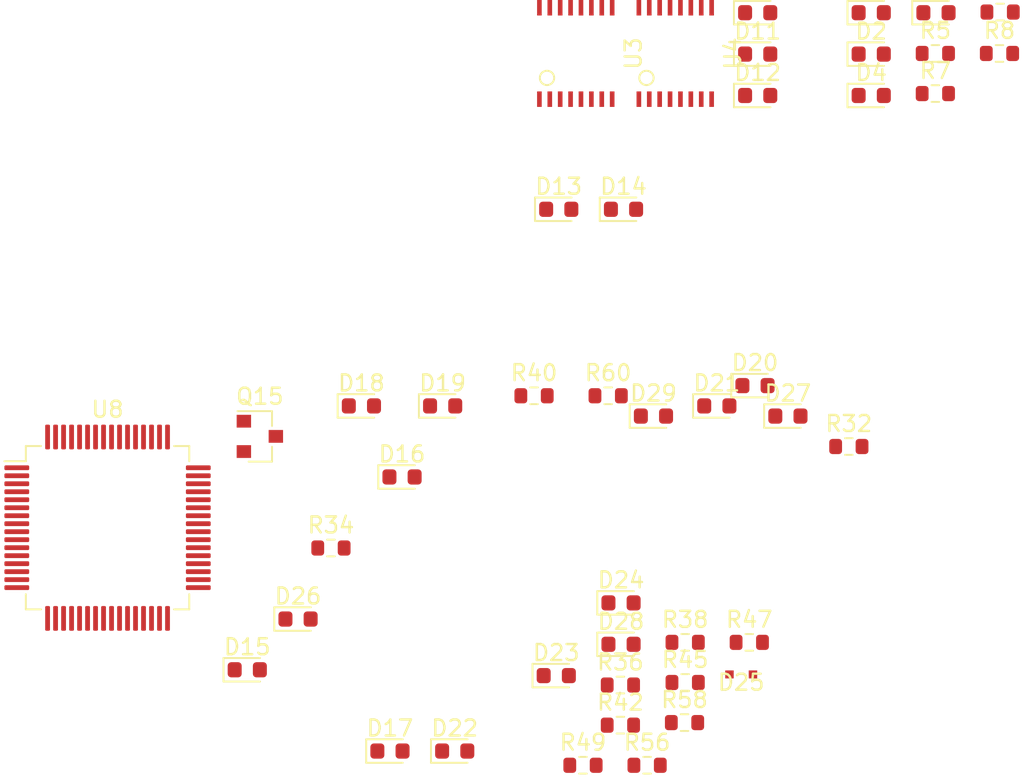
<source format=kicad_pcb>
(kicad_pcb (version 20171130) (host pcbnew "(5.1.10)-1")

  (general
    (thickness 1.6)
    (drawings 0)
    (tracks 0)
    (zones 0)
    (modules 44)
    (nets 25)
  )

  (page A4)
  (layers
    (0 F.Cu signal)
    (31 B.Cu signal)
    (32 B.Adhes user hide)
    (33 F.Adhes user hide)
    (34 B.Paste user hide)
    (35 F.Paste user hide)
    (36 B.SilkS user hide)
    (37 F.SilkS user hide)
    (38 B.Mask user hide)
    (39 F.Mask user hide)
    (40 Dwgs.User user hide)
    (41 Cmts.User user hide)
    (42 Eco1.User user hide)
    (43 Eco2.User user hide)
    (44 Edge.Cuts user hide)
    (45 Margin user hide)
    (46 B.CrtYd user hide)
    (47 F.CrtYd user hide)
    (48 B.Fab user hide)
    (49 F.Fab user hide)
  )

  (setup
    (last_trace_width 0.25)
    (trace_clearance 0.2)
    (zone_clearance 0.508)
    (zone_45_only no)
    (trace_min 0.2)
    (via_size 0.8)
    (via_drill 0.4)
    (via_min_size 0.4)
    (via_min_drill 0.3)
    (uvia_size 0.3)
    (uvia_drill 0.1)
    (uvias_allowed no)
    (uvia_min_size 0.2)
    (uvia_min_drill 0.1)
    (edge_width 0.05)
    (segment_width 0.2)
    (pcb_text_width 0.3)
    (pcb_text_size 1.5 1.5)
    (mod_edge_width 0.12)
    (mod_text_size 1 1)
    (mod_text_width 0.15)
    (pad_size 1.524 1.524)
    (pad_drill 0.762)
    (pad_to_mask_clearance 0)
    (aux_axis_origin 0 0)
    (visible_elements FFFFFF7F)
    (pcbplotparams
      (layerselection 0x010fc_ffffffff)
      (usegerberextensions false)
      (usegerberattributes true)
      (usegerberadvancedattributes true)
      (creategerberjobfile true)
      (excludeedgelayer true)
      (linewidth 0.100000)
      (plotframeref false)
      (viasonmask false)
      (mode 1)
      (useauxorigin false)
      (hpglpennumber 1)
      (hpglpenspeed 20)
      (hpglpendiameter 15.000000)
      (psnegative false)
      (psa4output false)
      (plotreference true)
      (plotvalue true)
      (plotinvisibletext false)
      (padsonsilk false)
      (subtractmaskfromsilk false)
      (outputformat 1)
      (mirror false)
      (drillshape 1)
      (scaleselection 1)
      (outputdirectory ""))
  )

  (net 0 "")
  (net 1 "Net-(D1-Pad2)")
  (net 2 GND)
  (net 3 "Net-(D2-Pad2)")
  (net 4 "Net-(D3-Pad2)")
  (net 5 "Net-(D4-Pad2)")
  (net 6 SubSens2)
  (net 7 +3V3)
  (net 8 "Net-(BZ1-Pad2)")
  (net 9 SubSens1)
  (net 10 "Net-(D15-Pad2)")
  (net 11 "Net-(D16-Pad2)")
  (net 12 "Net-(D17-Pad2)")
  (net 13 "Net-(D18-Pad2)")
  (net 14 "Net-(D19-Pad2)")
  (net 15 "Net-(D27-Pad2)")
  (net 16 "Net-(D28-Pad2)")
  (net 17 "Net-(D29-Pad2)")
  (net 18 +BATT)
  (net 19 "Net-(D20-Pad2)")
  (net 20 "Net-(D21-Pad2)")
  (net 21 "Net-(D22-Pad2)")
  (net 22 "Net-(D23-Pad2)")
  (net 23 "Net-(R16-Pad2)")
  (net 24 "Net-(R17-Pad2)")

  (net_class Default "This is the default net class."
    (clearance 0.2)
    (trace_width 0.25)
    (via_dia 0.8)
    (via_drill 0.4)
    (uvia_dia 0.3)
    (uvia_drill 0.1)
    (add_net +3V3)
    (add_net +BATT)
    (add_net GND)
    (add_net "Net-(BZ1-Pad2)")
    (add_net "Net-(D1-Pad2)")
    (add_net "Net-(D15-Pad2)")
    (add_net "Net-(D16-Pad2)")
    (add_net "Net-(D17-Pad2)")
    (add_net "Net-(D18-Pad2)")
    (add_net "Net-(D19-Pad2)")
    (add_net "Net-(D2-Pad2)")
    (add_net "Net-(D20-Pad2)")
    (add_net "Net-(D21-Pad2)")
    (add_net "Net-(D22-Pad2)")
    (add_net "Net-(D23-Pad2)")
    (add_net "Net-(D27-Pad2)")
    (add_net "Net-(D28-Pad2)")
    (add_net "Net-(D29-Pad2)")
    (add_net "Net-(D3-Pad2)")
    (add_net "Net-(D4-Pad2)")
    (add_net "Net-(R16-Pad2)")
    (add_net "Net-(R17-Pad2)")
    (add_net SubSens1)
    (add_net SubSens2)
  )

  (module Diode_SMD:D_0603_1608Metric (layer F.Cu) (tedit 5F68FEF0) (tstamp 61F4A2B8)
    (at 126.2125 34.29)
    (descr "Diode SMD 0603 (1608 Metric), square (rectangular) end terminal, IPC_7351 nominal, (Body size source: http://www.tortai-tech.com/upload/download/2011102023233369053.pdf), generated with kicad-footprint-generator")
    (tags diode)
    (path /624FCD7A/625C4DCA)
    (attr smd)
    (fp_text reference D15 (at 0 -1.43) (layer F.SilkS)
      (effects (font (size 1 1) (thickness 0.15)))
    )
    (fp_text value SIR19-21C/TR8 (at 0 1.43) (layer F.Fab)
      (effects (font (size 1 1) (thickness 0.15)))
    )
    (fp_text user %R (at 0 0) (layer F.Fab)
      (effects (font (size 0.4 0.4) (thickness 0.06)))
    )
    (fp_line (start 0.8 -0.4) (end -0.5 -0.4) (layer F.Fab) (width 0.1))
    (fp_line (start -0.5 -0.4) (end -0.8 -0.1) (layer F.Fab) (width 0.1))
    (fp_line (start -0.8 -0.1) (end -0.8 0.4) (layer F.Fab) (width 0.1))
    (fp_line (start -0.8 0.4) (end 0.8 0.4) (layer F.Fab) (width 0.1))
    (fp_line (start 0.8 0.4) (end 0.8 -0.4) (layer F.Fab) (width 0.1))
    (fp_line (start 0.8 -0.735) (end -1.485 -0.735) (layer F.SilkS) (width 0.12))
    (fp_line (start -1.485 -0.735) (end -1.485 0.735) (layer F.SilkS) (width 0.12))
    (fp_line (start -1.485 0.735) (end 0.8 0.735) (layer F.SilkS) (width 0.12))
    (fp_line (start -1.48 0.73) (end -1.48 -0.73) (layer F.CrtYd) (width 0.05))
    (fp_line (start -1.48 -0.73) (end 1.48 -0.73) (layer F.CrtYd) (width 0.05))
    (fp_line (start 1.48 -0.73) (end 1.48 0.73) (layer F.CrtYd) (width 0.05))
    (fp_line (start 1.48 0.73) (end -1.48 0.73) (layer F.CrtYd) (width 0.05))
    (pad 2 smd roundrect (at 0.7875 0) (size 0.875 0.95) (layers F.Cu F.Paste F.Mask) (roundrect_rratio 0.25)
      (net 10 "Net-(D15-Pad2)"))
    (pad 1 smd roundrect (at -0.7875 0) (size 0.875 0.95) (layers F.Cu F.Paste F.Mask) (roundrect_rratio 0.25)
      (net 2 GND))
    (model ${KISYS3DMOD}/Diode_SMD.3dshapes/D_0603_1608Metric.wrl
      (at (xyz 0 0 0))
      (scale (xyz 1 1 1))
      (rotate (xyz 0 0 0))
    )
  )

  (module Diode_SMD:D_0603_1608Metric (layer F.Cu) (tedit 5F68FEF0) (tstamp 61F4A2CB)
    (at 135.89 22.225)
    (descr "Diode SMD 0603 (1608 Metric), square (rectangular) end terminal, IPC_7351 nominal, (Body size source: http://www.tortai-tech.com/upload/download/2011102023233369053.pdf), generated with kicad-footprint-generator")
    (tags diode)
    (path /624FCD7A/625C4E0D)
    (attr smd)
    (fp_text reference D16 (at 0 -1.43) (layer F.SilkS)
      (effects (font (size 1 1) (thickness 0.15)))
    )
    (fp_text value SIR19-21C/TR8 (at 0 1.43) (layer F.Fab)
      (effects (font (size 1 1) (thickness 0.15)))
    )
    (fp_text user %R (at 0 0) (layer F.Fab)
      (effects (font (size 0.4 0.4) (thickness 0.06)))
    )
    (fp_line (start 0.8 -0.4) (end -0.5 -0.4) (layer F.Fab) (width 0.1))
    (fp_line (start -0.5 -0.4) (end -0.8 -0.1) (layer F.Fab) (width 0.1))
    (fp_line (start -0.8 -0.1) (end -0.8 0.4) (layer F.Fab) (width 0.1))
    (fp_line (start -0.8 0.4) (end 0.8 0.4) (layer F.Fab) (width 0.1))
    (fp_line (start 0.8 0.4) (end 0.8 -0.4) (layer F.Fab) (width 0.1))
    (fp_line (start 0.8 -0.735) (end -1.485 -0.735) (layer F.SilkS) (width 0.12))
    (fp_line (start -1.485 -0.735) (end -1.485 0.735) (layer F.SilkS) (width 0.12))
    (fp_line (start -1.485 0.735) (end 0.8 0.735) (layer F.SilkS) (width 0.12))
    (fp_line (start -1.48 0.73) (end -1.48 -0.73) (layer F.CrtYd) (width 0.05))
    (fp_line (start -1.48 -0.73) (end 1.48 -0.73) (layer F.CrtYd) (width 0.05))
    (fp_line (start 1.48 -0.73) (end 1.48 0.73) (layer F.CrtYd) (width 0.05))
    (fp_line (start 1.48 0.73) (end -1.48 0.73) (layer F.CrtYd) (width 0.05))
    (pad 2 smd roundrect (at 0.7875 0) (size 0.875 0.95) (layers F.Cu F.Paste F.Mask) (roundrect_rratio 0.25)
      (net 11 "Net-(D16-Pad2)"))
    (pad 1 smd roundrect (at -0.7875 0) (size 0.875 0.95) (layers F.Cu F.Paste F.Mask) (roundrect_rratio 0.25)
      (net 2 GND))
    (model ${KISYS3DMOD}/Diode_SMD.3dshapes/D_0603_1608Metric.wrl
      (at (xyz 0 0 0))
      (scale (xyz 1 1 1))
      (rotate (xyz 0 0 0))
    )
  )

  (module Diode_SMD:D_0603_1608Metric (layer F.Cu) (tedit 5F68FEF0) (tstamp 61F4A2DE)
    (at 135.135001 39.375001)
    (descr "Diode SMD 0603 (1608 Metric), square (rectangular) end terminal, IPC_7351 nominal, (Body size source: http://www.tortai-tech.com/upload/download/2011102023233369053.pdf), generated with kicad-footprint-generator")
    (tags diode)
    (path /624FCD7A/625C4E48)
    (attr smd)
    (fp_text reference D17 (at 0 -1.43) (layer F.SilkS)
      (effects (font (size 1 1) (thickness 0.15)))
    )
    (fp_text value SIR19-21C/TR8 (at 0 1.43) (layer F.Fab)
      (effects (font (size 1 1) (thickness 0.15)))
    )
    (fp_line (start 1.48 0.73) (end -1.48 0.73) (layer F.CrtYd) (width 0.05))
    (fp_line (start 1.48 -0.73) (end 1.48 0.73) (layer F.CrtYd) (width 0.05))
    (fp_line (start -1.48 -0.73) (end 1.48 -0.73) (layer F.CrtYd) (width 0.05))
    (fp_line (start -1.48 0.73) (end -1.48 -0.73) (layer F.CrtYd) (width 0.05))
    (fp_line (start -1.485 0.735) (end 0.8 0.735) (layer F.SilkS) (width 0.12))
    (fp_line (start -1.485 -0.735) (end -1.485 0.735) (layer F.SilkS) (width 0.12))
    (fp_line (start 0.8 -0.735) (end -1.485 -0.735) (layer F.SilkS) (width 0.12))
    (fp_line (start 0.8 0.4) (end 0.8 -0.4) (layer F.Fab) (width 0.1))
    (fp_line (start -0.8 0.4) (end 0.8 0.4) (layer F.Fab) (width 0.1))
    (fp_line (start -0.8 -0.1) (end -0.8 0.4) (layer F.Fab) (width 0.1))
    (fp_line (start -0.5 -0.4) (end -0.8 -0.1) (layer F.Fab) (width 0.1))
    (fp_line (start 0.8 -0.4) (end -0.5 -0.4) (layer F.Fab) (width 0.1))
    (fp_text user %R (at 0 0) (layer F.Fab)
      (effects (font (size 0.4 0.4) (thickness 0.06)))
    )
    (pad 1 smd roundrect (at -0.7875 0) (size 0.875 0.95) (layers F.Cu F.Paste F.Mask) (roundrect_rratio 0.25)
      (net 2 GND))
    (pad 2 smd roundrect (at 0.7875 0) (size 0.875 0.95) (layers F.Cu F.Paste F.Mask) (roundrect_rratio 0.25)
      (net 12 "Net-(D17-Pad2)"))
    (model ${KISYS3DMOD}/Diode_SMD.3dshapes/D_0603_1608Metric.wrl
      (at (xyz 0 0 0))
      (scale (xyz 1 1 1))
      (rotate (xyz 0 0 0))
    )
  )

  (module Diode_SMD:D_0603_1608Metric (layer F.Cu) (tedit 5F68FEF0) (tstamp 61F4A2F1)
    (at 133.35 17.78)
    (descr "Diode SMD 0603 (1608 Metric), square (rectangular) end terminal, IPC_7351 nominal, (Body size source: http://www.tortai-tech.com/upload/download/2011102023233369053.pdf), generated with kicad-footprint-generator")
    (tags diode)
    (path /624FCD7A/625C4E83)
    (attr smd)
    (fp_text reference D18 (at 0 -1.43) (layer F.SilkS)
      (effects (font (size 1 1) (thickness 0.15)))
    )
    (fp_text value SIR19-21C/TR8 (at 0 1.43) (layer F.Fab)
      (effects (font (size 1 1) (thickness 0.15)))
    )
    (fp_text user %R (at 0 0) (layer F.Fab)
      (effects (font (size 0.4 0.4) (thickness 0.06)))
    )
    (fp_line (start 0.8 -0.4) (end -0.5 -0.4) (layer F.Fab) (width 0.1))
    (fp_line (start -0.5 -0.4) (end -0.8 -0.1) (layer F.Fab) (width 0.1))
    (fp_line (start -0.8 -0.1) (end -0.8 0.4) (layer F.Fab) (width 0.1))
    (fp_line (start -0.8 0.4) (end 0.8 0.4) (layer F.Fab) (width 0.1))
    (fp_line (start 0.8 0.4) (end 0.8 -0.4) (layer F.Fab) (width 0.1))
    (fp_line (start 0.8 -0.735) (end -1.485 -0.735) (layer F.SilkS) (width 0.12))
    (fp_line (start -1.485 -0.735) (end -1.485 0.735) (layer F.SilkS) (width 0.12))
    (fp_line (start -1.485 0.735) (end 0.8 0.735) (layer F.SilkS) (width 0.12))
    (fp_line (start -1.48 0.73) (end -1.48 -0.73) (layer F.CrtYd) (width 0.05))
    (fp_line (start -1.48 -0.73) (end 1.48 -0.73) (layer F.CrtYd) (width 0.05))
    (fp_line (start 1.48 -0.73) (end 1.48 0.73) (layer F.CrtYd) (width 0.05))
    (fp_line (start 1.48 0.73) (end -1.48 0.73) (layer F.CrtYd) (width 0.05))
    (pad 2 smd roundrect (at 0.7875 0) (size 0.875 0.95) (layers F.Cu F.Paste F.Mask) (roundrect_rratio 0.25)
      (net 13 "Net-(D18-Pad2)"))
    (pad 1 smd roundrect (at -0.7875 0) (size 0.875 0.95) (layers F.Cu F.Paste F.Mask) (roundrect_rratio 0.25)
      (net 2 GND))
    (model ${KISYS3DMOD}/Diode_SMD.3dshapes/D_0603_1608Metric.wrl
      (at (xyz 0 0 0))
      (scale (xyz 1 1 1))
      (rotate (xyz 0 0 0))
    )
  )

  (module Diode_SMD:D_0603_1608Metric (layer F.Cu) (tedit 5F68FEF0) (tstamp 61F4A304)
    (at 138.43 17.78)
    (descr "Diode SMD 0603 (1608 Metric), square (rectangular) end terminal, IPC_7351 nominal, (Body size source: http://www.tortai-tech.com/upload/download/2011102023233369053.pdf), generated with kicad-footprint-generator")
    (tags diode)
    (path /624FCD7A/625C4EBE)
    (attr smd)
    (fp_text reference D19 (at 0 -1.43) (layer F.SilkS)
      (effects (font (size 1 1) (thickness 0.15)))
    )
    (fp_text value SIR19-21C/TR8 (at 0 1.43) (layer F.Fab)
      (effects (font (size 1 1) (thickness 0.15)))
    )
    (fp_line (start 1.48 0.73) (end -1.48 0.73) (layer F.CrtYd) (width 0.05))
    (fp_line (start 1.48 -0.73) (end 1.48 0.73) (layer F.CrtYd) (width 0.05))
    (fp_line (start -1.48 -0.73) (end 1.48 -0.73) (layer F.CrtYd) (width 0.05))
    (fp_line (start -1.48 0.73) (end -1.48 -0.73) (layer F.CrtYd) (width 0.05))
    (fp_line (start -1.485 0.735) (end 0.8 0.735) (layer F.SilkS) (width 0.12))
    (fp_line (start -1.485 -0.735) (end -1.485 0.735) (layer F.SilkS) (width 0.12))
    (fp_line (start 0.8 -0.735) (end -1.485 -0.735) (layer F.SilkS) (width 0.12))
    (fp_line (start 0.8 0.4) (end 0.8 -0.4) (layer F.Fab) (width 0.1))
    (fp_line (start -0.8 0.4) (end 0.8 0.4) (layer F.Fab) (width 0.1))
    (fp_line (start -0.8 -0.1) (end -0.8 0.4) (layer F.Fab) (width 0.1))
    (fp_line (start -0.5 -0.4) (end -0.8 -0.1) (layer F.Fab) (width 0.1))
    (fp_line (start 0.8 -0.4) (end -0.5 -0.4) (layer F.Fab) (width 0.1))
    (fp_text user %R (at 0 0) (layer F.Fab)
      (effects (font (size 0.4 0.4) (thickness 0.06)))
    )
    (pad 1 smd roundrect (at -0.7875 0) (size 0.875 0.95) (layers F.Cu F.Paste F.Mask) (roundrect_rratio 0.25)
      (net 2 GND))
    (pad 2 smd roundrect (at 0.7875 0) (size 0.875 0.95) (layers F.Cu F.Paste F.Mask) (roundrect_rratio 0.25)
      (net 14 "Net-(D19-Pad2)"))
    (model ${KISYS3DMOD}/Diode_SMD.3dshapes/D_0603_1608Metric.wrl
      (at (xyz 0 0 0))
      (scale (xyz 1 1 1))
      (rotate (xyz 0 0 0))
    )
  )

  (module Diode_SMD:D_0603_1608Metric (layer F.Cu) (tedit 5F68FEF0) (tstamp 61F4A317)
    (at 157.9625 16.51)
    (descr "Diode SMD 0603 (1608 Metric), square (rectangular) end terminal, IPC_7351 nominal, (Body size source: http://www.tortai-tech.com/upload/download/2011102023233369053.pdf), generated with kicad-footprint-generator")
    (tags diode)
    (path /624FCD7A/625C4EF9)
    (attr smd)
    (fp_text reference D20 (at 0 -1.43) (layer F.SilkS)
      (effects (font (size 1 1) (thickness 0.15)))
    )
    (fp_text value SIR19-21C/TR8 (at 0 1.43) (layer F.Fab)
      (effects (font (size 1 1) (thickness 0.15)))
    )
    (fp_text user %R (at 0 0) (layer F.Fab)
      (effects (font (size 0.4 0.4) (thickness 0.06)))
    )
    (fp_line (start 0.8 -0.4) (end -0.5 -0.4) (layer F.Fab) (width 0.1))
    (fp_line (start -0.5 -0.4) (end -0.8 -0.1) (layer F.Fab) (width 0.1))
    (fp_line (start -0.8 -0.1) (end -0.8 0.4) (layer F.Fab) (width 0.1))
    (fp_line (start -0.8 0.4) (end 0.8 0.4) (layer F.Fab) (width 0.1))
    (fp_line (start 0.8 0.4) (end 0.8 -0.4) (layer F.Fab) (width 0.1))
    (fp_line (start 0.8 -0.735) (end -1.485 -0.735) (layer F.SilkS) (width 0.12))
    (fp_line (start -1.485 -0.735) (end -1.485 0.735) (layer F.SilkS) (width 0.12))
    (fp_line (start -1.485 0.735) (end 0.8 0.735) (layer F.SilkS) (width 0.12))
    (fp_line (start -1.48 0.73) (end -1.48 -0.73) (layer F.CrtYd) (width 0.05))
    (fp_line (start -1.48 -0.73) (end 1.48 -0.73) (layer F.CrtYd) (width 0.05))
    (fp_line (start 1.48 -0.73) (end 1.48 0.73) (layer F.CrtYd) (width 0.05))
    (fp_line (start 1.48 0.73) (end -1.48 0.73) (layer F.CrtYd) (width 0.05))
    (pad 2 smd roundrect (at 0.7875 0) (size 0.875 0.95) (layers F.Cu F.Paste F.Mask) (roundrect_rratio 0.25)
      (net 19 "Net-(D20-Pad2)"))
    (pad 1 smd roundrect (at -0.7875 0) (size 0.875 0.95) (layers F.Cu F.Paste F.Mask) (roundrect_rratio 0.25)
      (net 2 GND))
    (model ${KISYS3DMOD}/Diode_SMD.3dshapes/D_0603_1608Metric.wrl
      (at (xyz 0 0 0))
      (scale (xyz 1 1 1))
      (rotate (xyz 0 0 0))
    )
  )

  (module Diode_SMD:D_0603_1608Metric (layer F.Cu) (tedit 5F68FEF0) (tstamp 61F4A32A)
    (at 155.575 17.78)
    (descr "Diode SMD 0603 (1608 Metric), square (rectangular) end terminal, IPC_7351 nominal, (Body size source: http://www.tortai-tech.com/upload/download/2011102023233369053.pdf), generated with kicad-footprint-generator")
    (tags diode)
    (path /624FCD7A/625C4F36)
    (attr smd)
    (fp_text reference D21 (at 0 -1.43) (layer F.SilkS)
      (effects (font (size 1 1) (thickness 0.15)))
    )
    (fp_text value SIR19-21C/TR8 (at 0 1.43) (layer F.Fab)
      (effects (font (size 1 1) (thickness 0.15)))
    )
    (fp_line (start 1.48 0.73) (end -1.48 0.73) (layer F.CrtYd) (width 0.05))
    (fp_line (start 1.48 -0.73) (end 1.48 0.73) (layer F.CrtYd) (width 0.05))
    (fp_line (start -1.48 -0.73) (end 1.48 -0.73) (layer F.CrtYd) (width 0.05))
    (fp_line (start -1.48 0.73) (end -1.48 -0.73) (layer F.CrtYd) (width 0.05))
    (fp_line (start -1.485 0.735) (end 0.8 0.735) (layer F.SilkS) (width 0.12))
    (fp_line (start -1.485 -0.735) (end -1.485 0.735) (layer F.SilkS) (width 0.12))
    (fp_line (start 0.8 -0.735) (end -1.485 -0.735) (layer F.SilkS) (width 0.12))
    (fp_line (start 0.8 0.4) (end 0.8 -0.4) (layer F.Fab) (width 0.1))
    (fp_line (start -0.8 0.4) (end 0.8 0.4) (layer F.Fab) (width 0.1))
    (fp_line (start -0.8 -0.1) (end -0.8 0.4) (layer F.Fab) (width 0.1))
    (fp_line (start -0.5 -0.4) (end -0.8 -0.1) (layer F.Fab) (width 0.1))
    (fp_line (start 0.8 -0.4) (end -0.5 -0.4) (layer F.Fab) (width 0.1))
    (fp_text user %R (at 0 0) (layer F.Fab)
      (effects (font (size 0.4 0.4) (thickness 0.06)))
    )
    (pad 1 smd roundrect (at -0.7875 0) (size 0.875 0.95) (layers F.Cu F.Paste F.Mask) (roundrect_rratio 0.25)
      (net 2 GND))
    (pad 2 smd roundrect (at 0.7875 0) (size 0.875 0.95) (layers F.Cu F.Paste F.Mask) (roundrect_rratio 0.25)
      (net 20 "Net-(D21-Pad2)"))
    (model ${KISYS3DMOD}/Diode_SMD.3dshapes/D_0603_1608Metric.wrl
      (at (xyz 0 0 0))
      (scale (xyz 1 1 1))
      (rotate (xyz 0 0 0))
    )
  )

  (module Diode_SMD:D_0603_1608Metric (layer F.Cu) (tedit 5F68FEF0) (tstamp 61F4A33D)
    (at 139.185001 39.375001)
    (descr "Diode SMD 0603 (1608 Metric), square (rectangular) end terminal, IPC_7351 nominal, (Body size source: http://www.tortai-tech.com/upload/download/2011102023233369053.pdf), generated with kicad-footprint-generator")
    (tags diode)
    (path /624FCD7A/625C4F70)
    (attr smd)
    (fp_text reference D22 (at 0 -1.43) (layer F.SilkS)
      (effects (font (size 1 1) (thickness 0.15)))
    )
    (fp_text value SIR19-21C/TR8 (at 0 1.43) (layer F.Fab)
      (effects (font (size 1 1) (thickness 0.15)))
    )
    (fp_line (start 1.48 0.73) (end -1.48 0.73) (layer F.CrtYd) (width 0.05))
    (fp_line (start 1.48 -0.73) (end 1.48 0.73) (layer F.CrtYd) (width 0.05))
    (fp_line (start -1.48 -0.73) (end 1.48 -0.73) (layer F.CrtYd) (width 0.05))
    (fp_line (start -1.48 0.73) (end -1.48 -0.73) (layer F.CrtYd) (width 0.05))
    (fp_line (start -1.485 0.735) (end 0.8 0.735) (layer F.SilkS) (width 0.12))
    (fp_line (start -1.485 -0.735) (end -1.485 0.735) (layer F.SilkS) (width 0.12))
    (fp_line (start 0.8 -0.735) (end -1.485 -0.735) (layer F.SilkS) (width 0.12))
    (fp_line (start 0.8 0.4) (end 0.8 -0.4) (layer F.Fab) (width 0.1))
    (fp_line (start -0.8 0.4) (end 0.8 0.4) (layer F.Fab) (width 0.1))
    (fp_line (start -0.8 -0.1) (end -0.8 0.4) (layer F.Fab) (width 0.1))
    (fp_line (start -0.5 -0.4) (end -0.8 -0.1) (layer F.Fab) (width 0.1))
    (fp_line (start 0.8 -0.4) (end -0.5 -0.4) (layer F.Fab) (width 0.1))
    (fp_text user %R (at 0 0) (layer F.Fab)
      (effects (font (size 0.4 0.4) (thickness 0.06)))
    )
    (pad 1 smd roundrect (at -0.7875 0) (size 0.875 0.95) (layers F.Cu F.Paste F.Mask) (roundrect_rratio 0.25)
      (net 2 GND))
    (pad 2 smd roundrect (at 0.7875 0) (size 0.875 0.95) (layers F.Cu F.Paste F.Mask) (roundrect_rratio 0.25)
      (net 21 "Net-(D22-Pad2)"))
    (model ${KISYS3DMOD}/Diode_SMD.3dshapes/D_0603_1608Metric.wrl
      (at (xyz 0 0 0))
      (scale (xyz 1 1 1))
      (rotate (xyz 0 0 0))
    )
  )

  (module Diode_SMD:D_0603_1608Metric (layer F.Cu) (tedit 5F68FEF0) (tstamp 61F4A350)
    (at 145.535001 34.655001)
    (descr "Diode SMD 0603 (1608 Metric), square (rectangular) end terminal, IPC_7351 nominal, (Body size source: http://www.tortai-tech.com/upload/download/2011102023233369053.pdf), generated with kicad-footprint-generator")
    (tags diode)
    (path /624FCD7A/625C4FAA)
    (attr smd)
    (fp_text reference D23 (at 0 -1.43) (layer F.SilkS)
      (effects (font (size 1 1) (thickness 0.15)))
    )
    (fp_text value SIR19-21C/TR8 (at 0 1.43) (layer F.Fab)
      (effects (font (size 1 1) (thickness 0.15)))
    )
    (fp_text user %R (at 0 0) (layer F.Fab)
      (effects (font (size 0.4 0.4) (thickness 0.06)))
    )
    (fp_line (start 0.8 -0.4) (end -0.5 -0.4) (layer F.Fab) (width 0.1))
    (fp_line (start -0.5 -0.4) (end -0.8 -0.1) (layer F.Fab) (width 0.1))
    (fp_line (start -0.8 -0.1) (end -0.8 0.4) (layer F.Fab) (width 0.1))
    (fp_line (start -0.8 0.4) (end 0.8 0.4) (layer F.Fab) (width 0.1))
    (fp_line (start 0.8 0.4) (end 0.8 -0.4) (layer F.Fab) (width 0.1))
    (fp_line (start 0.8 -0.735) (end -1.485 -0.735) (layer F.SilkS) (width 0.12))
    (fp_line (start -1.485 -0.735) (end -1.485 0.735) (layer F.SilkS) (width 0.12))
    (fp_line (start -1.485 0.735) (end 0.8 0.735) (layer F.SilkS) (width 0.12))
    (fp_line (start -1.48 0.73) (end -1.48 -0.73) (layer F.CrtYd) (width 0.05))
    (fp_line (start -1.48 -0.73) (end 1.48 -0.73) (layer F.CrtYd) (width 0.05))
    (fp_line (start 1.48 -0.73) (end 1.48 0.73) (layer F.CrtYd) (width 0.05))
    (fp_line (start 1.48 0.73) (end -1.48 0.73) (layer F.CrtYd) (width 0.05))
    (pad 2 smd roundrect (at 0.7875 0) (size 0.875 0.95) (layers F.Cu F.Paste F.Mask) (roundrect_rratio 0.25)
      (net 22 "Net-(D23-Pad2)"))
    (pad 1 smd roundrect (at -0.7875 0) (size 0.875 0.95) (layers F.Cu F.Paste F.Mask) (roundrect_rratio 0.25)
      (net 2 GND))
    (model ${KISYS3DMOD}/Diode_SMD.3dshapes/D_0603_1608Metric.wrl
      (at (xyz 0 0 0))
      (scale (xyz 1 1 1))
      (rotate (xyz 0 0 0))
    )
  )

  (module Diode_SMD:D_0603_1608Metric (layer F.Cu) (tedit 5F68FEF0) (tstamp 61F4A363)
    (at 149.585001 30.105001)
    (descr "Diode SMD 0603 (1608 Metric), square (rectangular) end terminal, IPC_7351 nominal, (Body size source: http://www.tortai-tech.com/upload/download/2011102023233369053.pdf), generated with kicad-footprint-generator")
    (tags diode)
    (path /624FCD7A/625C5275)
    (attr smd)
    (fp_text reference D24 (at 0 -1.43) (layer F.SilkS)
      (effects (font (size 1 1) (thickness 0.15)))
    )
    (fp_text value SMLEN3WBC8W1 (at 0 1.43) (layer F.Fab)
      (effects (font (size 1 1) (thickness 0.15)))
    )
    (fp_line (start 1.48 0.73) (end -1.48 0.73) (layer F.CrtYd) (width 0.05))
    (fp_line (start 1.48 -0.73) (end 1.48 0.73) (layer F.CrtYd) (width 0.05))
    (fp_line (start -1.48 -0.73) (end 1.48 -0.73) (layer F.CrtYd) (width 0.05))
    (fp_line (start -1.48 0.73) (end -1.48 -0.73) (layer F.CrtYd) (width 0.05))
    (fp_line (start -1.485 0.735) (end 0.8 0.735) (layer F.SilkS) (width 0.12))
    (fp_line (start -1.485 -0.735) (end -1.485 0.735) (layer F.SilkS) (width 0.12))
    (fp_line (start 0.8 -0.735) (end -1.485 -0.735) (layer F.SilkS) (width 0.12))
    (fp_line (start 0.8 0.4) (end 0.8 -0.4) (layer F.Fab) (width 0.1))
    (fp_line (start -0.8 0.4) (end 0.8 0.4) (layer F.Fab) (width 0.1))
    (fp_line (start -0.8 -0.1) (end -0.8 0.4) (layer F.Fab) (width 0.1))
    (fp_line (start -0.5 -0.4) (end -0.8 -0.1) (layer F.Fab) (width 0.1))
    (fp_line (start 0.8 -0.4) (end -0.5 -0.4) (layer F.Fab) (width 0.1))
    (fp_text user %R (at 0 0) (layer F.Fab)
      (effects (font (size 0.4 0.4) (thickness 0.06)))
    )
    (pad 1 smd roundrect (at -0.7875 0) (size 0.875 0.95) (layers F.Cu F.Paste F.Mask) (roundrect_rratio 0.25)
      (net 6 SubSens2))
    (pad 2 smd roundrect (at 0.7875 0) (size 0.875 0.95) (layers F.Cu F.Paste F.Mask) (roundrect_rratio 0.25))
    (model ${KISYS3DMOD}/Diode_SMD.3dshapes/D_0603_1608Metric.wrl
      (at (xyz 0 0 0))
      (scale (xyz 1 1 1))
      (rotate (xyz 0 0 0))
    )
  )

  (module original:SOD-523 (layer F.Cu) (tedit 61F425F5) (tstamp 61F4A369)
    (at 157.1 34.58)
    (path /624FCD7A/625C524A)
    (attr smd)
    (fp_text reference D25 (at 0 0.5) (layer F.SilkS)
      (effects (font (size 1 1) (thickness 0.15)))
    )
    (fp_text value RB751S40-AU_R1_000A1 (at 0 -0.5) (layer F.Fab)
      (effects (font (size 1 1) (thickness 0.15)))
    )
    (pad 1 smd rect (at 0.735 0) (size 0.53 0.5) (layers F.Cu F.Paste F.Mask)
      (net 7 +3V3))
    (pad 2 smd rect (at -0.735 0) (size 0.53 0.5) (layers F.Cu F.Paste F.Mask)
      (net 8 "Net-(BZ1-Pad2)"))
  )

  (module Diode_SMD:D_0603_1608Metric (layer F.Cu) (tedit 5F68FEF0) (tstamp 61F4A37C)
    (at 129.3875 31.115)
    (descr "Diode SMD 0603 (1608 Metric), square (rectangular) end terminal, IPC_7351 nominal, (Body size source: http://www.tortai-tech.com/upload/download/2011102023233369053.pdf), generated with kicad-footprint-generator")
    (tags diode)
    (path /624FCD7A/625C52AF)
    (attr smd)
    (fp_text reference D26 (at 0 -1.43) (layer F.SilkS)
      (effects (font (size 1 1) (thickness 0.15)))
    )
    (fp_text value SMLEN3WBC8W1 (at 0 1.43) (layer F.Fab)
      (effects (font (size 1 1) (thickness 0.15)))
    )
    (fp_text user %R (at 0 0) (layer F.Fab)
      (effects (font (size 0.4 0.4) (thickness 0.06)))
    )
    (fp_line (start 0.8 -0.4) (end -0.5 -0.4) (layer F.Fab) (width 0.1))
    (fp_line (start -0.5 -0.4) (end -0.8 -0.1) (layer F.Fab) (width 0.1))
    (fp_line (start -0.8 -0.1) (end -0.8 0.4) (layer F.Fab) (width 0.1))
    (fp_line (start -0.8 0.4) (end 0.8 0.4) (layer F.Fab) (width 0.1))
    (fp_line (start 0.8 0.4) (end 0.8 -0.4) (layer F.Fab) (width 0.1))
    (fp_line (start 0.8 -0.735) (end -1.485 -0.735) (layer F.SilkS) (width 0.12))
    (fp_line (start -1.485 -0.735) (end -1.485 0.735) (layer F.SilkS) (width 0.12))
    (fp_line (start -1.485 0.735) (end 0.8 0.735) (layer F.SilkS) (width 0.12))
    (fp_line (start -1.48 0.73) (end -1.48 -0.73) (layer F.CrtYd) (width 0.05))
    (fp_line (start -1.48 -0.73) (end 1.48 -0.73) (layer F.CrtYd) (width 0.05))
    (fp_line (start 1.48 -0.73) (end 1.48 0.73) (layer F.CrtYd) (width 0.05))
    (fp_line (start 1.48 0.73) (end -1.48 0.73) (layer F.CrtYd) (width 0.05))
    (pad 2 smd roundrect (at 0.7875 0) (size 0.875 0.95) (layers F.Cu F.Paste F.Mask) (roundrect_rratio 0.25))
    (pad 1 smd roundrect (at -0.7875 0) (size 0.875 0.95) (layers F.Cu F.Paste F.Mask) (roundrect_rratio 0.25)
      (net 9 SubSens1))
    (model ${KISYS3DMOD}/Diode_SMD.3dshapes/D_0603_1608Metric.wrl
      (at (xyz 0 0 0))
      (scale (xyz 1 1 1))
      (rotate (xyz 0 0 0))
    )
  )

  (module Diode_SMD:D_0603_1608Metric (layer F.Cu) (tedit 5F68FEF0) (tstamp 61F4A38F)
    (at 160.02 18.415)
    (descr "Diode SMD 0603 (1608 Metric), square (rectangular) end terminal, IPC_7351 nominal, (Body size source: http://www.tortai-tech.com/upload/download/2011102023233369053.pdf), generated with kicad-footprint-generator")
    (tags diode)
    (path /624FCD7A/625C4FE4)
    (attr smd)
    (fp_text reference D27 (at 0 -1.43) (layer F.SilkS)
      (effects (font (size 1 1) (thickness 0.15)))
    )
    (fp_text value SIR19-21C/TR8 (at 0 1.43) (layer F.Fab)
      (effects (font (size 1 1) (thickness 0.15)))
    )
    (fp_line (start 1.48 0.73) (end -1.48 0.73) (layer F.CrtYd) (width 0.05))
    (fp_line (start 1.48 -0.73) (end 1.48 0.73) (layer F.CrtYd) (width 0.05))
    (fp_line (start -1.48 -0.73) (end 1.48 -0.73) (layer F.CrtYd) (width 0.05))
    (fp_line (start -1.48 0.73) (end -1.48 -0.73) (layer F.CrtYd) (width 0.05))
    (fp_line (start -1.485 0.735) (end 0.8 0.735) (layer F.SilkS) (width 0.12))
    (fp_line (start -1.485 -0.735) (end -1.485 0.735) (layer F.SilkS) (width 0.12))
    (fp_line (start 0.8 -0.735) (end -1.485 -0.735) (layer F.SilkS) (width 0.12))
    (fp_line (start 0.8 0.4) (end 0.8 -0.4) (layer F.Fab) (width 0.1))
    (fp_line (start -0.8 0.4) (end 0.8 0.4) (layer F.Fab) (width 0.1))
    (fp_line (start -0.8 -0.1) (end -0.8 0.4) (layer F.Fab) (width 0.1))
    (fp_line (start -0.5 -0.4) (end -0.8 -0.1) (layer F.Fab) (width 0.1))
    (fp_line (start 0.8 -0.4) (end -0.5 -0.4) (layer F.Fab) (width 0.1))
    (fp_text user %R (at 0 0) (layer F.Fab)
      (effects (font (size 0.4 0.4) (thickness 0.06)))
    )
    (pad 1 smd roundrect (at -0.7875 0) (size 0.875 0.95) (layers F.Cu F.Paste F.Mask) (roundrect_rratio 0.25)
      (net 2 GND))
    (pad 2 smd roundrect (at 0.7875 0) (size 0.875 0.95) (layers F.Cu F.Paste F.Mask) (roundrect_rratio 0.25)
      (net 15 "Net-(D27-Pad2)"))
    (model ${KISYS3DMOD}/Diode_SMD.3dshapes/D_0603_1608Metric.wrl
      (at (xyz 0 0 0))
      (scale (xyz 1 1 1))
      (rotate (xyz 0 0 0))
    )
  )

  (module Diode_SMD:D_0603_1608Metric (layer F.Cu) (tedit 5F68FEF0) (tstamp 61F4A3A2)
    (at 149.585001 32.695001)
    (descr "Diode SMD 0603 (1608 Metric), square (rectangular) end terminal, IPC_7351 nominal, (Body size source: http://www.tortai-tech.com/upload/download/2011102023233369053.pdf), generated with kicad-footprint-generator")
    (tags diode)
    (path /624FCD7A/625C501E)
    (attr smd)
    (fp_text reference D28 (at 0 -1.43) (layer F.SilkS)
      (effects (font (size 1 1) (thickness 0.15)))
    )
    (fp_text value SIR19-21C/TR8 (at 0 1.43) (layer F.Fab)
      (effects (font (size 1 1) (thickness 0.15)))
    )
    (fp_line (start 1.48 0.73) (end -1.48 0.73) (layer F.CrtYd) (width 0.05))
    (fp_line (start 1.48 -0.73) (end 1.48 0.73) (layer F.CrtYd) (width 0.05))
    (fp_line (start -1.48 -0.73) (end 1.48 -0.73) (layer F.CrtYd) (width 0.05))
    (fp_line (start -1.48 0.73) (end -1.48 -0.73) (layer F.CrtYd) (width 0.05))
    (fp_line (start -1.485 0.735) (end 0.8 0.735) (layer F.SilkS) (width 0.12))
    (fp_line (start -1.485 -0.735) (end -1.485 0.735) (layer F.SilkS) (width 0.12))
    (fp_line (start 0.8 -0.735) (end -1.485 -0.735) (layer F.SilkS) (width 0.12))
    (fp_line (start 0.8 0.4) (end 0.8 -0.4) (layer F.Fab) (width 0.1))
    (fp_line (start -0.8 0.4) (end 0.8 0.4) (layer F.Fab) (width 0.1))
    (fp_line (start -0.8 -0.1) (end -0.8 0.4) (layer F.Fab) (width 0.1))
    (fp_line (start -0.5 -0.4) (end -0.8 -0.1) (layer F.Fab) (width 0.1))
    (fp_line (start 0.8 -0.4) (end -0.5 -0.4) (layer F.Fab) (width 0.1))
    (fp_text user %R (at 0 0) (layer F.Fab)
      (effects (font (size 0.4 0.4) (thickness 0.06)))
    )
    (pad 1 smd roundrect (at -0.7875 0) (size 0.875 0.95) (layers F.Cu F.Paste F.Mask) (roundrect_rratio 0.25)
      (net 2 GND))
    (pad 2 smd roundrect (at 0.7875 0) (size 0.875 0.95) (layers F.Cu F.Paste F.Mask) (roundrect_rratio 0.25)
      (net 16 "Net-(D28-Pad2)"))
    (model ${KISYS3DMOD}/Diode_SMD.3dshapes/D_0603_1608Metric.wrl
      (at (xyz 0 0 0))
      (scale (xyz 1 1 1))
      (rotate (xyz 0 0 0))
    )
  )

  (module Diode_SMD:D_0603_1608Metric (layer F.Cu) (tedit 5F68FEF0) (tstamp 61F4A3B5)
    (at 151.6125 18.415)
    (descr "Diode SMD 0603 (1608 Metric), square (rectangular) end terminal, IPC_7351 nominal, (Body size source: http://www.tortai-tech.com/upload/download/2011102023233369053.pdf), generated with kicad-footprint-generator")
    (tags diode)
    (path /624FCD7A/625C5058)
    (attr smd)
    (fp_text reference D29 (at 0 -1.43) (layer F.SilkS)
      (effects (font (size 1 1) (thickness 0.15)))
    )
    (fp_text value SIR19-21C/TR8 (at 0 1.43) (layer F.Fab)
      (effects (font (size 1 1) (thickness 0.15)))
    )
    (fp_text user %R (at 0 0) (layer F.Fab)
      (effects (font (size 0.4 0.4) (thickness 0.06)))
    )
    (fp_line (start 0.8 -0.4) (end -0.5 -0.4) (layer F.Fab) (width 0.1))
    (fp_line (start -0.5 -0.4) (end -0.8 -0.1) (layer F.Fab) (width 0.1))
    (fp_line (start -0.8 -0.1) (end -0.8 0.4) (layer F.Fab) (width 0.1))
    (fp_line (start -0.8 0.4) (end 0.8 0.4) (layer F.Fab) (width 0.1))
    (fp_line (start 0.8 0.4) (end 0.8 -0.4) (layer F.Fab) (width 0.1))
    (fp_line (start 0.8 -0.735) (end -1.485 -0.735) (layer F.SilkS) (width 0.12))
    (fp_line (start -1.485 -0.735) (end -1.485 0.735) (layer F.SilkS) (width 0.12))
    (fp_line (start -1.485 0.735) (end 0.8 0.735) (layer F.SilkS) (width 0.12))
    (fp_line (start -1.48 0.73) (end -1.48 -0.73) (layer F.CrtYd) (width 0.05))
    (fp_line (start -1.48 -0.73) (end 1.48 -0.73) (layer F.CrtYd) (width 0.05))
    (fp_line (start 1.48 -0.73) (end 1.48 0.73) (layer F.CrtYd) (width 0.05))
    (fp_line (start 1.48 0.73) (end -1.48 0.73) (layer F.CrtYd) (width 0.05))
    (pad 2 smd roundrect (at 0.7875 0) (size 0.875 0.95) (layers F.Cu F.Paste F.Mask) (roundrect_rratio 0.25)
      (net 17 "Net-(D29-Pad2)"))
    (pad 1 smd roundrect (at -0.7875 0) (size 0.875 0.95) (layers F.Cu F.Paste F.Mask) (roundrect_rratio 0.25)
      (net 2 GND))
    (model ${KISYS3DMOD}/Diode_SMD.3dshapes/D_0603_1608Metric.wrl
      (at (xyz 0 0 0))
      (scale (xyz 1 1 1))
      (rotate (xyz 0 0 0))
    )
  )

  (module Package_TO_SOT_SMD:SOT-23 (layer F.Cu) (tedit 5A02FF57) (tstamp 61F4A3CA)
    (at 127 19.685)
    (descr "SOT-23, Standard")
    (tags SOT-23)
    (path /624FCD7A/625C5253)
    (attr smd)
    (fp_text reference Q15 (at 0 -2.5) (layer F.SilkS)
      (effects (font (size 1 1) (thickness 0.15)))
    )
    (fp_text value 2N7002T (at 0 2.5) (layer F.Fab)
      (effects (font (size 1 1) (thickness 0.15)))
    )
    (fp_line (start 0.76 1.58) (end -0.7 1.58) (layer F.SilkS) (width 0.12))
    (fp_line (start 0.76 -1.58) (end -1.4 -1.58) (layer F.SilkS) (width 0.12))
    (fp_line (start -1.7 1.75) (end -1.7 -1.75) (layer F.CrtYd) (width 0.05))
    (fp_line (start 1.7 1.75) (end -1.7 1.75) (layer F.CrtYd) (width 0.05))
    (fp_line (start 1.7 -1.75) (end 1.7 1.75) (layer F.CrtYd) (width 0.05))
    (fp_line (start -1.7 -1.75) (end 1.7 -1.75) (layer F.CrtYd) (width 0.05))
    (fp_line (start 0.76 -1.58) (end 0.76 -0.65) (layer F.SilkS) (width 0.12))
    (fp_line (start 0.76 1.58) (end 0.76 0.65) (layer F.SilkS) (width 0.12))
    (fp_line (start -0.7 1.52) (end 0.7 1.52) (layer F.Fab) (width 0.1))
    (fp_line (start 0.7 -1.52) (end 0.7 1.52) (layer F.Fab) (width 0.1))
    (fp_line (start -0.7 -0.95) (end -0.15 -1.52) (layer F.Fab) (width 0.1))
    (fp_line (start -0.15 -1.52) (end 0.7 -1.52) (layer F.Fab) (width 0.1))
    (fp_line (start -0.7 -0.95) (end -0.7 1.5) (layer F.Fab) (width 0.1))
    (fp_text user %R (at 0 0 90) (layer F.Fab)
      (effects (font (size 0.5 0.5) (thickness 0.075)))
    )
    (pad 1 smd rect (at -1 -0.95) (size 0.9 0.8) (layers F.Cu F.Paste F.Mask))
    (pad 2 smd rect (at -1 0.95) (size 0.9 0.8) (layers F.Cu F.Paste F.Mask))
    (pad 3 smd rect (at 1 0) (size 0.9 0.8) (layers F.Cu F.Paste F.Mask)
      (net 8 "Net-(BZ1-Pad2)"))
    (model ${KISYS3DMOD}/Package_TO_SOT_SMD.3dshapes/SOT-23.wrl
      (at (xyz 0 0 0))
      (scale (xyz 1 1 1))
      (rotate (xyz 0 0 0))
    )
  )

  (module Resistor_SMD:R_0603_1608Metric (layer F.Cu) (tedit 5F68FEEE) (tstamp 61F4A3DB)
    (at 163.83 20.32)
    (descr "Resistor SMD 0603 (1608 Metric), square (rectangular) end terminal, IPC_7351 nominal, (Body size source: IPC-SM-782 page 72, https://www.pcb-3d.com/wordpress/wp-content/uploads/ipc-sm-782a_amendment_1_and_2.pdf), generated with kicad-footprint-generator")
    (tags resistor)
    (path /624FCD7A/625C4DD6)
    (attr smd)
    (fp_text reference R32 (at 0 -1.43) (layer F.SilkS)
      (effects (font (size 1 1) (thickness 0.15)))
    )
    (fp_text value 100 (at 0 1.43) (layer F.Fab)
      (effects (font (size 1 1) (thickness 0.15)))
    )
    (fp_text user %R (at 0 0) (layer F.Fab)
      (effects (font (size 0.4 0.4) (thickness 0.06)))
    )
    (fp_line (start -0.8 0.4125) (end -0.8 -0.4125) (layer F.Fab) (width 0.1))
    (fp_line (start -0.8 -0.4125) (end 0.8 -0.4125) (layer F.Fab) (width 0.1))
    (fp_line (start 0.8 -0.4125) (end 0.8 0.4125) (layer F.Fab) (width 0.1))
    (fp_line (start 0.8 0.4125) (end -0.8 0.4125) (layer F.Fab) (width 0.1))
    (fp_line (start -0.237258 -0.5225) (end 0.237258 -0.5225) (layer F.SilkS) (width 0.12))
    (fp_line (start -0.237258 0.5225) (end 0.237258 0.5225) (layer F.SilkS) (width 0.12))
    (fp_line (start -1.48 0.73) (end -1.48 -0.73) (layer F.CrtYd) (width 0.05))
    (fp_line (start -1.48 -0.73) (end 1.48 -0.73) (layer F.CrtYd) (width 0.05))
    (fp_line (start 1.48 -0.73) (end 1.48 0.73) (layer F.CrtYd) (width 0.05))
    (fp_line (start 1.48 0.73) (end -1.48 0.73) (layer F.CrtYd) (width 0.05))
    (pad 2 smd roundrect (at 0.825 0) (size 0.8 0.95) (layers F.Cu F.Paste F.Mask) (roundrect_rratio 0.25)
      (net 10 "Net-(D15-Pad2)"))
    (pad 1 smd roundrect (at -0.825 0) (size 0.8 0.95) (layers F.Cu F.Paste F.Mask) (roundrect_rratio 0.25)
      (net 7 +3V3))
    (model ${KISYS3DMOD}/Resistor_SMD.3dshapes/R_0603_1608Metric.wrl
      (at (xyz 0 0 0))
      (scale (xyz 1 1 1))
      (rotate (xyz 0 0 0))
    )
  )

  (module Resistor_SMD:R_0603_1608Metric (layer F.Cu) (tedit 5F68FEEE) (tstamp 61F4A3EC)
    (at 131.445 26.67)
    (descr "Resistor SMD 0603 (1608 Metric), square (rectangular) end terminal, IPC_7351 nominal, (Body size source: IPC-SM-782 page 72, https://www.pcb-3d.com/wordpress/wp-content/uploads/ipc-sm-782a_amendment_1_and_2.pdf), generated with kicad-footprint-generator")
    (tags resistor)
    (path /624FCD7A/625C4E19)
    (attr smd)
    (fp_text reference R34 (at 0 -1.43) (layer F.SilkS)
      (effects (font (size 1 1) (thickness 0.15)))
    )
    (fp_text value 100 (at 0 1.43) (layer F.Fab)
      (effects (font (size 1 1) (thickness 0.15)))
    )
    (fp_text user %R (at 0 0) (layer F.Fab)
      (effects (font (size 0.4 0.4) (thickness 0.06)))
    )
    (fp_line (start -0.8 0.4125) (end -0.8 -0.4125) (layer F.Fab) (width 0.1))
    (fp_line (start -0.8 -0.4125) (end 0.8 -0.4125) (layer F.Fab) (width 0.1))
    (fp_line (start 0.8 -0.4125) (end 0.8 0.4125) (layer F.Fab) (width 0.1))
    (fp_line (start 0.8 0.4125) (end -0.8 0.4125) (layer F.Fab) (width 0.1))
    (fp_line (start -0.237258 -0.5225) (end 0.237258 -0.5225) (layer F.SilkS) (width 0.12))
    (fp_line (start -0.237258 0.5225) (end 0.237258 0.5225) (layer F.SilkS) (width 0.12))
    (fp_line (start -1.48 0.73) (end -1.48 -0.73) (layer F.CrtYd) (width 0.05))
    (fp_line (start -1.48 -0.73) (end 1.48 -0.73) (layer F.CrtYd) (width 0.05))
    (fp_line (start 1.48 -0.73) (end 1.48 0.73) (layer F.CrtYd) (width 0.05))
    (fp_line (start 1.48 0.73) (end -1.48 0.73) (layer F.CrtYd) (width 0.05))
    (pad 2 smd roundrect (at 0.825 0) (size 0.8 0.95) (layers F.Cu F.Paste F.Mask) (roundrect_rratio 0.25)
      (net 11 "Net-(D16-Pad2)"))
    (pad 1 smd roundrect (at -0.825 0) (size 0.8 0.95) (layers F.Cu F.Paste F.Mask) (roundrect_rratio 0.25)
      (net 7 +3V3))
    (model ${KISYS3DMOD}/Resistor_SMD.3dshapes/R_0603_1608Metric.wrl
      (at (xyz 0 0 0))
      (scale (xyz 1 1 1))
      (rotate (xyz 0 0 0))
    )
  )

  (module Resistor_SMD:R_0603_1608Metric (layer F.Cu) (tedit 5F68FEEE) (tstamp 61F4A3FD)
    (at 149.545001 35.245001)
    (descr "Resistor SMD 0603 (1608 Metric), square (rectangular) end terminal, IPC_7351 nominal, (Body size source: IPC-SM-782 page 72, https://www.pcb-3d.com/wordpress/wp-content/uploads/ipc-sm-782a_amendment_1_and_2.pdf), generated with kicad-footprint-generator")
    (tags resistor)
    (path /624FCD7A/625C4E54)
    (attr smd)
    (fp_text reference R36 (at 0 -1.43) (layer F.SilkS)
      (effects (font (size 1 1) (thickness 0.15)))
    )
    (fp_text value 100 (at 0 1.43) (layer F.Fab)
      (effects (font (size 1 1) (thickness 0.15)))
    )
    (fp_line (start 1.48 0.73) (end -1.48 0.73) (layer F.CrtYd) (width 0.05))
    (fp_line (start 1.48 -0.73) (end 1.48 0.73) (layer F.CrtYd) (width 0.05))
    (fp_line (start -1.48 -0.73) (end 1.48 -0.73) (layer F.CrtYd) (width 0.05))
    (fp_line (start -1.48 0.73) (end -1.48 -0.73) (layer F.CrtYd) (width 0.05))
    (fp_line (start -0.237258 0.5225) (end 0.237258 0.5225) (layer F.SilkS) (width 0.12))
    (fp_line (start -0.237258 -0.5225) (end 0.237258 -0.5225) (layer F.SilkS) (width 0.12))
    (fp_line (start 0.8 0.4125) (end -0.8 0.4125) (layer F.Fab) (width 0.1))
    (fp_line (start 0.8 -0.4125) (end 0.8 0.4125) (layer F.Fab) (width 0.1))
    (fp_line (start -0.8 -0.4125) (end 0.8 -0.4125) (layer F.Fab) (width 0.1))
    (fp_line (start -0.8 0.4125) (end -0.8 -0.4125) (layer F.Fab) (width 0.1))
    (fp_text user %R (at 0 0) (layer F.Fab)
      (effects (font (size 0.4 0.4) (thickness 0.06)))
    )
    (pad 1 smd roundrect (at -0.825 0) (size 0.8 0.95) (layers F.Cu F.Paste F.Mask) (roundrect_rratio 0.25)
      (net 7 +3V3))
    (pad 2 smd roundrect (at 0.825 0) (size 0.8 0.95) (layers F.Cu F.Paste F.Mask) (roundrect_rratio 0.25)
      (net 12 "Net-(D17-Pad2)"))
    (model ${KISYS3DMOD}/Resistor_SMD.3dshapes/R_0603_1608Metric.wrl
      (at (xyz 0 0 0))
      (scale (xyz 1 1 1))
      (rotate (xyz 0 0 0))
    )
  )

  (module Resistor_SMD:R_0603_1608Metric (layer F.Cu) (tedit 5F68FEEE) (tstamp 61F4A40E)
    (at 153.595001 32.575001)
    (descr "Resistor SMD 0603 (1608 Metric), square (rectangular) end terminal, IPC_7351 nominal, (Body size source: IPC-SM-782 page 72, https://www.pcb-3d.com/wordpress/wp-content/uploads/ipc-sm-782a_amendment_1_and_2.pdf), generated with kicad-footprint-generator")
    (tags resistor)
    (path /624FCD7A/625C4E8F)
    (attr smd)
    (fp_text reference R38 (at 0 -1.43) (layer F.SilkS)
      (effects (font (size 1 1) (thickness 0.15)))
    )
    (fp_text value 100 (at 0 1.43) (layer F.Fab)
      (effects (font (size 1 1) (thickness 0.15)))
    )
    (fp_line (start 1.48 0.73) (end -1.48 0.73) (layer F.CrtYd) (width 0.05))
    (fp_line (start 1.48 -0.73) (end 1.48 0.73) (layer F.CrtYd) (width 0.05))
    (fp_line (start -1.48 -0.73) (end 1.48 -0.73) (layer F.CrtYd) (width 0.05))
    (fp_line (start -1.48 0.73) (end -1.48 -0.73) (layer F.CrtYd) (width 0.05))
    (fp_line (start -0.237258 0.5225) (end 0.237258 0.5225) (layer F.SilkS) (width 0.12))
    (fp_line (start -0.237258 -0.5225) (end 0.237258 -0.5225) (layer F.SilkS) (width 0.12))
    (fp_line (start 0.8 0.4125) (end -0.8 0.4125) (layer F.Fab) (width 0.1))
    (fp_line (start 0.8 -0.4125) (end 0.8 0.4125) (layer F.Fab) (width 0.1))
    (fp_line (start -0.8 -0.4125) (end 0.8 -0.4125) (layer F.Fab) (width 0.1))
    (fp_line (start -0.8 0.4125) (end -0.8 -0.4125) (layer F.Fab) (width 0.1))
    (fp_text user %R (at 0 0) (layer F.Fab)
      (effects (font (size 0.4 0.4) (thickness 0.06)))
    )
    (pad 1 smd roundrect (at -0.825 0) (size 0.8 0.95) (layers F.Cu F.Paste F.Mask) (roundrect_rratio 0.25)
      (net 7 +3V3))
    (pad 2 smd roundrect (at 0.825 0) (size 0.8 0.95) (layers F.Cu F.Paste F.Mask) (roundrect_rratio 0.25)
      (net 13 "Net-(D18-Pad2)"))
    (model ${KISYS3DMOD}/Resistor_SMD.3dshapes/R_0603_1608Metric.wrl
      (at (xyz 0 0 0))
      (scale (xyz 1 1 1))
      (rotate (xyz 0 0 0))
    )
  )

  (module Resistor_SMD:R_0603_1608Metric (layer F.Cu) (tedit 5F68FEEE) (tstamp 61F4A41F)
    (at 144.145 17.145)
    (descr "Resistor SMD 0603 (1608 Metric), square (rectangular) end terminal, IPC_7351 nominal, (Body size source: IPC-SM-782 page 72, https://www.pcb-3d.com/wordpress/wp-content/uploads/ipc-sm-782a_amendment_1_and_2.pdf), generated with kicad-footprint-generator")
    (tags resistor)
    (path /624FCD7A/625C4ECA)
    (attr smd)
    (fp_text reference R40 (at 0 -1.43) (layer F.SilkS)
      (effects (font (size 1 1) (thickness 0.15)))
    )
    (fp_text value 100 (at 0 1.43) (layer F.Fab)
      (effects (font (size 1 1) (thickness 0.15)))
    )
    (fp_line (start 1.48 0.73) (end -1.48 0.73) (layer F.CrtYd) (width 0.05))
    (fp_line (start 1.48 -0.73) (end 1.48 0.73) (layer F.CrtYd) (width 0.05))
    (fp_line (start -1.48 -0.73) (end 1.48 -0.73) (layer F.CrtYd) (width 0.05))
    (fp_line (start -1.48 0.73) (end -1.48 -0.73) (layer F.CrtYd) (width 0.05))
    (fp_line (start -0.237258 0.5225) (end 0.237258 0.5225) (layer F.SilkS) (width 0.12))
    (fp_line (start -0.237258 -0.5225) (end 0.237258 -0.5225) (layer F.SilkS) (width 0.12))
    (fp_line (start 0.8 0.4125) (end -0.8 0.4125) (layer F.Fab) (width 0.1))
    (fp_line (start 0.8 -0.4125) (end 0.8 0.4125) (layer F.Fab) (width 0.1))
    (fp_line (start -0.8 -0.4125) (end 0.8 -0.4125) (layer F.Fab) (width 0.1))
    (fp_line (start -0.8 0.4125) (end -0.8 -0.4125) (layer F.Fab) (width 0.1))
    (fp_text user %R (at 0 0) (layer F.Fab)
      (effects (font (size 0.4 0.4) (thickness 0.06)))
    )
    (pad 1 smd roundrect (at -0.825 0) (size 0.8 0.95) (layers F.Cu F.Paste F.Mask) (roundrect_rratio 0.25)
      (net 7 +3V3))
    (pad 2 smd roundrect (at 0.825 0) (size 0.8 0.95) (layers F.Cu F.Paste F.Mask) (roundrect_rratio 0.25)
      (net 14 "Net-(D19-Pad2)"))
    (model ${KISYS3DMOD}/Resistor_SMD.3dshapes/R_0603_1608Metric.wrl
      (at (xyz 0 0 0))
      (scale (xyz 1 1 1))
      (rotate (xyz 0 0 0))
    )
  )

  (module Resistor_SMD:R_0603_1608Metric (layer F.Cu) (tedit 5F68FEEE) (tstamp 61F4A430)
    (at 149.545001 37.755001)
    (descr "Resistor SMD 0603 (1608 Metric), square (rectangular) end terminal, IPC_7351 nominal, (Body size source: IPC-SM-782 page 72, https://www.pcb-3d.com/wordpress/wp-content/uploads/ipc-sm-782a_amendment_1_and_2.pdf), generated with kicad-footprint-generator")
    (tags resistor)
    (path /624FCD7A/625C4F05)
    (attr smd)
    (fp_text reference R42 (at 0 -1.43) (layer F.SilkS)
      (effects (font (size 1 1) (thickness 0.15)))
    )
    (fp_text value 100 (at 0 1.43) (layer F.Fab)
      (effects (font (size 1 1) (thickness 0.15)))
    )
    (fp_line (start 1.48 0.73) (end -1.48 0.73) (layer F.CrtYd) (width 0.05))
    (fp_line (start 1.48 -0.73) (end 1.48 0.73) (layer F.CrtYd) (width 0.05))
    (fp_line (start -1.48 -0.73) (end 1.48 -0.73) (layer F.CrtYd) (width 0.05))
    (fp_line (start -1.48 0.73) (end -1.48 -0.73) (layer F.CrtYd) (width 0.05))
    (fp_line (start -0.237258 0.5225) (end 0.237258 0.5225) (layer F.SilkS) (width 0.12))
    (fp_line (start -0.237258 -0.5225) (end 0.237258 -0.5225) (layer F.SilkS) (width 0.12))
    (fp_line (start 0.8 0.4125) (end -0.8 0.4125) (layer F.Fab) (width 0.1))
    (fp_line (start 0.8 -0.4125) (end 0.8 0.4125) (layer F.Fab) (width 0.1))
    (fp_line (start -0.8 -0.4125) (end 0.8 -0.4125) (layer F.Fab) (width 0.1))
    (fp_line (start -0.8 0.4125) (end -0.8 -0.4125) (layer F.Fab) (width 0.1))
    (fp_text user %R (at 0 0) (layer F.Fab)
      (effects (font (size 0.4 0.4) (thickness 0.06)))
    )
    (pad 1 smd roundrect (at -0.825 0) (size 0.8 0.95) (layers F.Cu F.Paste F.Mask) (roundrect_rratio 0.25)
      (net 7 +3V3))
    (pad 2 smd roundrect (at 0.825 0) (size 0.8 0.95) (layers F.Cu F.Paste F.Mask) (roundrect_rratio 0.25)
      (net 19 "Net-(D20-Pad2)"))
    (model ${KISYS3DMOD}/Resistor_SMD.3dshapes/R_0603_1608Metric.wrl
      (at (xyz 0 0 0))
      (scale (xyz 1 1 1))
      (rotate (xyz 0 0 0))
    )
  )

  (module Resistor_SMD:R_0603_1608Metric (layer F.Cu) (tedit 5F68FEEE) (tstamp 61F4A441)
    (at 153.595001 35.085001)
    (descr "Resistor SMD 0603 (1608 Metric), square (rectangular) end terminal, IPC_7351 nominal, (Body size source: IPC-SM-782 page 72, https://www.pcb-3d.com/wordpress/wp-content/uploads/ipc-sm-782a_amendment_1_and_2.pdf), generated with kicad-footprint-generator")
    (tags resistor)
    (path /624FCD7A/625C4F42)
    (attr smd)
    (fp_text reference R45 (at 0 -1.43) (layer F.SilkS)
      (effects (font (size 1 1) (thickness 0.15)))
    )
    (fp_text value 100 (at 0 1.43) (layer F.Fab)
      (effects (font (size 1 1) (thickness 0.15)))
    )
    (fp_line (start 1.48 0.73) (end -1.48 0.73) (layer F.CrtYd) (width 0.05))
    (fp_line (start 1.48 -0.73) (end 1.48 0.73) (layer F.CrtYd) (width 0.05))
    (fp_line (start -1.48 -0.73) (end 1.48 -0.73) (layer F.CrtYd) (width 0.05))
    (fp_line (start -1.48 0.73) (end -1.48 -0.73) (layer F.CrtYd) (width 0.05))
    (fp_line (start -0.237258 0.5225) (end 0.237258 0.5225) (layer F.SilkS) (width 0.12))
    (fp_line (start -0.237258 -0.5225) (end 0.237258 -0.5225) (layer F.SilkS) (width 0.12))
    (fp_line (start 0.8 0.4125) (end -0.8 0.4125) (layer F.Fab) (width 0.1))
    (fp_line (start 0.8 -0.4125) (end 0.8 0.4125) (layer F.Fab) (width 0.1))
    (fp_line (start -0.8 -0.4125) (end 0.8 -0.4125) (layer F.Fab) (width 0.1))
    (fp_line (start -0.8 0.4125) (end -0.8 -0.4125) (layer F.Fab) (width 0.1))
    (fp_text user %R (at 0 0) (layer F.Fab)
      (effects (font (size 0.4 0.4) (thickness 0.06)))
    )
    (pad 1 smd roundrect (at -0.825 0) (size 0.8 0.95) (layers F.Cu F.Paste F.Mask) (roundrect_rratio 0.25)
      (net 7 +3V3))
    (pad 2 smd roundrect (at 0.825 0) (size 0.8 0.95) (layers F.Cu F.Paste F.Mask) (roundrect_rratio 0.25)
      (net 20 "Net-(D21-Pad2)"))
    (model ${KISYS3DMOD}/Resistor_SMD.3dshapes/R_0603_1608Metric.wrl
      (at (xyz 0 0 0))
      (scale (xyz 1 1 1))
      (rotate (xyz 0 0 0))
    )
  )

  (module Resistor_SMD:R_0603_1608Metric (layer F.Cu) (tedit 5F68FEEE) (tstamp 61F4A452)
    (at 157.605001 32.575001)
    (descr "Resistor SMD 0603 (1608 Metric), square (rectangular) end terminal, IPC_7351 nominal, (Body size source: IPC-SM-782 page 72, https://www.pcb-3d.com/wordpress/wp-content/uploads/ipc-sm-782a_amendment_1_and_2.pdf), generated with kicad-footprint-generator")
    (tags resistor)
    (path /624FCD7A/625C4F7C)
    (attr smd)
    (fp_text reference R47 (at 0 -1.43) (layer F.SilkS)
      (effects (font (size 1 1) (thickness 0.15)))
    )
    (fp_text value 100 (at 0 1.43) (layer F.Fab)
      (effects (font (size 1 1) (thickness 0.15)))
    )
    (fp_text user %R (at 0 0) (layer F.Fab)
      (effects (font (size 0.4 0.4) (thickness 0.06)))
    )
    (fp_line (start -0.8 0.4125) (end -0.8 -0.4125) (layer F.Fab) (width 0.1))
    (fp_line (start -0.8 -0.4125) (end 0.8 -0.4125) (layer F.Fab) (width 0.1))
    (fp_line (start 0.8 -0.4125) (end 0.8 0.4125) (layer F.Fab) (width 0.1))
    (fp_line (start 0.8 0.4125) (end -0.8 0.4125) (layer F.Fab) (width 0.1))
    (fp_line (start -0.237258 -0.5225) (end 0.237258 -0.5225) (layer F.SilkS) (width 0.12))
    (fp_line (start -0.237258 0.5225) (end 0.237258 0.5225) (layer F.SilkS) (width 0.12))
    (fp_line (start -1.48 0.73) (end -1.48 -0.73) (layer F.CrtYd) (width 0.05))
    (fp_line (start -1.48 -0.73) (end 1.48 -0.73) (layer F.CrtYd) (width 0.05))
    (fp_line (start 1.48 -0.73) (end 1.48 0.73) (layer F.CrtYd) (width 0.05))
    (fp_line (start 1.48 0.73) (end -1.48 0.73) (layer F.CrtYd) (width 0.05))
    (pad 2 smd roundrect (at 0.825 0) (size 0.8 0.95) (layers F.Cu F.Paste F.Mask) (roundrect_rratio 0.25)
      (net 21 "Net-(D22-Pad2)"))
    (pad 1 smd roundrect (at -0.825 0) (size 0.8 0.95) (layers F.Cu F.Paste F.Mask) (roundrect_rratio 0.25)
      (net 7 +3V3))
    (model ${KISYS3DMOD}/Resistor_SMD.3dshapes/R_0603_1608Metric.wrl
      (at (xyz 0 0 0))
      (scale (xyz 1 1 1))
      (rotate (xyz 0 0 0))
    )
  )

  (module Resistor_SMD:R_0603_1608Metric (layer F.Cu) (tedit 5F68FEEE) (tstamp 61F4A463)
    (at 147.205001 40.265001)
    (descr "Resistor SMD 0603 (1608 Metric), square (rectangular) end terminal, IPC_7351 nominal, (Body size source: IPC-SM-782 page 72, https://www.pcb-3d.com/wordpress/wp-content/uploads/ipc-sm-782a_amendment_1_and_2.pdf), generated with kicad-footprint-generator")
    (tags resistor)
    (path /624FCD7A/625C4FB6)
    (attr smd)
    (fp_text reference R49 (at 0 -1.43) (layer F.SilkS)
      (effects (font (size 1 1) (thickness 0.15)))
    )
    (fp_text value 100 (at 0 1.43) (layer F.Fab)
      (effects (font (size 1 1) (thickness 0.15)))
    )
    (fp_text user %R (at 0 0) (layer F.Fab)
      (effects (font (size 0.4 0.4) (thickness 0.06)))
    )
    (fp_line (start -0.8 0.4125) (end -0.8 -0.4125) (layer F.Fab) (width 0.1))
    (fp_line (start -0.8 -0.4125) (end 0.8 -0.4125) (layer F.Fab) (width 0.1))
    (fp_line (start 0.8 -0.4125) (end 0.8 0.4125) (layer F.Fab) (width 0.1))
    (fp_line (start 0.8 0.4125) (end -0.8 0.4125) (layer F.Fab) (width 0.1))
    (fp_line (start -0.237258 -0.5225) (end 0.237258 -0.5225) (layer F.SilkS) (width 0.12))
    (fp_line (start -0.237258 0.5225) (end 0.237258 0.5225) (layer F.SilkS) (width 0.12))
    (fp_line (start -1.48 0.73) (end -1.48 -0.73) (layer F.CrtYd) (width 0.05))
    (fp_line (start -1.48 -0.73) (end 1.48 -0.73) (layer F.CrtYd) (width 0.05))
    (fp_line (start 1.48 -0.73) (end 1.48 0.73) (layer F.CrtYd) (width 0.05))
    (fp_line (start 1.48 0.73) (end -1.48 0.73) (layer F.CrtYd) (width 0.05))
    (pad 2 smd roundrect (at 0.825 0) (size 0.8 0.95) (layers F.Cu F.Paste F.Mask) (roundrect_rratio 0.25)
      (net 22 "Net-(D23-Pad2)"))
    (pad 1 smd roundrect (at -0.825 0) (size 0.8 0.95) (layers F.Cu F.Paste F.Mask) (roundrect_rratio 0.25)
      (net 7 +3V3))
    (model ${KISYS3DMOD}/Resistor_SMD.3dshapes/R_0603_1608Metric.wrl
      (at (xyz 0 0 0))
      (scale (xyz 1 1 1))
      (rotate (xyz 0 0 0))
    )
  )

  (module Resistor_SMD:R_0603_1608Metric (layer F.Cu) (tedit 5F68FEEE) (tstamp 61F4A474)
    (at 151.215001 40.265001)
    (descr "Resistor SMD 0603 (1608 Metric), square (rectangular) end terminal, IPC_7351 nominal, (Body size source: IPC-SM-782 page 72, https://www.pcb-3d.com/wordpress/wp-content/uploads/ipc-sm-782a_amendment_1_and_2.pdf), generated with kicad-footprint-generator")
    (tags resistor)
    (path /624FCD7A/625C4FF0)
    (attr smd)
    (fp_text reference R56 (at 0 -1.43) (layer F.SilkS)
      (effects (font (size 1 1) (thickness 0.15)))
    )
    (fp_text value 100 (at 0 1.43) (layer F.Fab)
      (effects (font (size 1 1) (thickness 0.15)))
    )
    (fp_text user %R (at 0 0) (layer F.Fab)
      (effects (font (size 0.4 0.4) (thickness 0.06)))
    )
    (fp_line (start -0.8 0.4125) (end -0.8 -0.4125) (layer F.Fab) (width 0.1))
    (fp_line (start -0.8 -0.4125) (end 0.8 -0.4125) (layer F.Fab) (width 0.1))
    (fp_line (start 0.8 -0.4125) (end 0.8 0.4125) (layer F.Fab) (width 0.1))
    (fp_line (start 0.8 0.4125) (end -0.8 0.4125) (layer F.Fab) (width 0.1))
    (fp_line (start -0.237258 -0.5225) (end 0.237258 -0.5225) (layer F.SilkS) (width 0.12))
    (fp_line (start -0.237258 0.5225) (end 0.237258 0.5225) (layer F.SilkS) (width 0.12))
    (fp_line (start -1.48 0.73) (end -1.48 -0.73) (layer F.CrtYd) (width 0.05))
    (fp_line (start -1.48 -0.73) (end 1.48 -0.73) (layer F.CrtYd) (width 0.05))
    (fp_line (start 1.48 -0.73) (end 1.48 0.73) (layer F.CrtYd) (width 0.05))
    (fp_line (start 1.48 0.73) (end -1.48 0.73) (layer F.CrtYd) (width 0.05))
    (pad 2 smd roundrect (at 0.825 0) (size 0.8 0.95) (layers F.Cu F.Paste F.Mask) (roundrect_rratio 0.25)
      (net 15 "Net-(D27-Pad2)"))
    (pad 1 smd roundrect (at -0.825 0) (size 0.8 0.95) (layers F.Cu F.Paste F.Mask) (roundrect_rratio 0.25)
      (net 7 +3V3))
    (model ${KISYS3DMOD}/Resistor_SMD.3dshapes/R_0603_1608Metric.wrl
      (at (xyz 0 0 0))
      (scale (xyz 1 1 1))
      (rotate (xyz 0 0 0))
    )
  )

  (module Resistor_SMD:R_0603_1608Metric (layer F.Cu) (tedit 5F68FEEE) (tstamp 61F4A485)
    (at 153.555001 37.595001)
    (descr "Resistor SMD 0603 (1608 Metric), square (rectangular) end terminal, IPC_7351 nominal, (Body size source: IPC-SM-782 page 72, https://www.pcb-3d.com/wordpress/wp-content/uploads/ipc-sm-782a_amendment_1_and_2.pdf), generated with kicad-footprint-generator")
    (tags resistor)
    (path /624FCD7A/625C502A)
    (attr smd)
    (fp_text reference R58 (at 0 -1.43) (layer F.SilkS)
      (effects (font (size 1 1) (thickness 0.15)))
    )
    (fp_text value 100 (at 0 1.43) (layer F.Fab)
      (effects (font (size 1 1) (thickness 0.15)))
    )
    (fp_line (start 1.48 0.73) (end -1.48 0.73) (layer F.CrtYd) (width 0.05))
    (fp_line (start 1.48 -0.73) (end 1.48 0.73) (layer F.CrtYd) (width 0.05))
    (fp_line (start -1.48 -0.73) (end 1.48 -0.73) (layer F.CrtYd) (width 0.05))
    (fp_line (start -1.48 0.73) (end -1.48 -0.73) (layer F.CrtYd) (width 0.05))
    (fp_line (start -0.237258 0.5225) (end 0.237258 0.5225) (layer F.SilkS) (width 0.12))
    (fp_line (start -0.237258 -0.5225) (end 0.237258 -0.5225) (layer F.SilkS) (width 0.12))
    (fp_line (start 0.8 0.4125) (end -0.8 0.4125) (layer F.Fab) (width 0.1))
    (fp_line (start 0.8 -0.4125) (end 0.8 0.4125) (layer F.Fab) (width 0.1))
    (fp_line (start -0.8 -0.4125) (end 0.8 -0.4125) (layer F.Fab) (width 0.1))
    (fp_line (start -0.8 0.4125) (end -0.8 -0.4125) (layer F.Fab) (width 0.1))
    (fp_text user %R (at 0 0) (layer F.Fab)
      (effects (font (size 0.4 0.4) (thickness 0.06)))
    )
    (pad 1 smd roundrect (at -0.825 0) (size 0.8 0.95) (layers F.Cu F.Paste F.Mask) (roundrect_rratio 0.25)
      (net 7 +3V3))
    (pad 2 smd roundrect (at 0.825 0) (size 0.8 0.95) (layers F.Cu F.Paste F.Mask) (roundrect_rratio 0.25)
      (net 16 "Net-(D28-Pad2)"))
    (model ${KISYS3DMOD}/Resistor_SMD.3dshapes/R_0603_1608Metric.wrl
      (at (xyz 0 0 0))
      (scale (xyz 1 1 1))
      (rotate (xyz 0 0 0))
    )
  )

  (module Resistor_SMD:R_0603_1608Metric (layer F.Cu) (tedit 5F68FEEE) (tstamp 61F4A496)
    (at 148.78 17.145)
    (descr "Resistor SMD 0603 (1608 Metric), square (rectangular) end terminal, IPC_7351 nominal, (Body size source: IPC-SM-782 page 72, https://www.pcb-3d.com/wordpress/wp-content/uploads/ipc-sm-782a_amendment_1_and_2.pdf), generated with kicad-footprint-generator")
    (tags resistor)
    (path /624FCD7A/625C5064)
    (attr smd)
    (fp_text reference R60 (at 0 -1.43) (layer F.SilkS)
      (effects (font (size 1 1) (thickness 0.15)))
    )
    (fp_text value 100 (at 0 1.43) (layer F.Fab)
      (effects (font (size 1 1) (thickness 0.15)))
    )
    (fp_text user %R (at 0 0) (layer F.Fab)
      (effects (font (size 0.4 0.4) (thickness 0.06)))
    )
    (fp_line (start -0.8 0.4125) (end -0.8 -0.4125) (layer F.Fab) (width 0.1))
    (fp_line (start -0.8 -0.4125) (end 0.8 -0.4125) (layer F.Fab) (width 0.1))
    (fp_line (start 0.8 -0.4125) (end 0.8 0.4125) (layer F.Fab) (width 0.1))
    (fp_line (start 0.8 0.4125) (end -0.8 0.4125) (layer F.Fab) (width 0.1))
    (fp_line (start -0.237258 -0.5225) (end 0.237258 -0.5225) (layer F.SilkS) (width 0.12))
    (fp_line (start -0.237258 0.5225) (end 0.237258 0.5225) (layer F.SilkS) (width 0.12))
    (fp_line (start -1.48 0.73) (end -1.48 -0.73) (layer F.CrtYd) (width 0.05))
    (fp_line (start -1.48 -0.73) (end 1.48 -0.73) (layer F.CrtYd) (width 0.05))
    (fp_line (start 1.48 -0.73) (end 1.48 0.73) (layer F.CrtYd) (width 0.05))
    (fp_line (start 1.48 0.73) (end -1.48 0.73) (layer F.CrtYd) (width 0.05))
    (pad 2 smd roundrect (at 0.825 0) (size 0.8 0.95) (layers F.Cu F.Paste F.Mask) (roundrect_rratio 0.25)
      (net 17 "Net-(D29-Pad2)"))
    (pad 1 smd roundrect (at -0.825 0) (size 0.8 0.95) (layers F.Cu F.Paste F.Mask) (roundrect_rratio 0.25)
      (net 7 +3V3))
    (model ${KISYS3DMOD}/Resistor_SMD.3dshapes/R_0603_1608Metric.wrl
      (at (xyz 0 0 0))
      (scale (xyz 1 1 1))
      (rotate (xyz 0 0 0))
    )
  )

  (module Package_QFP:LQFP-64_10x10mm_P0.5mm (layer F.Cu) (tedit 5D9F72AF) (tstamp 61F4A501)
    (at 117.475 25.4)
    (descr "LQFP, 64 Pin (https://www.analog.com/media/en/technical-documentation/data-sheets/ad7606_7606-6_7606-4.pdf), generated with kicad-footprint-generator ipc_gullwing_generator.py")
    (tags "LQFP QFP")
    (path /624FCD7A/625C5342)
    (attr smd)
    (fp_text reference U8 (at 0 -7.4) (layer F.SilkS)
      (effects (font (size 1 1) (thickness 0.15)))
    )
    (fp_text value STM32F405RGTx (at 0 7.4) (layer F.Fab)
      (effects (font (size 1 1) (thickness 0.15)))
    )
    (fp_line (start 6.7 4.15) (end 6.7 0) (layer F.CrtYd) (width 0.05))
    (fp_line (start 5.25 4.15) (end 6.7 4.15) (layer F.CrtYd) (width 0.05))
    (fp_line (start 5.25 5.25) (end 5.25 4.15) (layer F.CrtYd) (width 0.05))
    (fp_line (start 4.15 5.25) (end 5.25 5.25) (layer F.CrtYd) (width 0.05))
    (fp_line (start 4.15 6.7) (end 4.15 5.25) (layer F.CrtYd) (width 0.05))
    (fp_line (start 0 6.7) (end 4.15 6.7) (layer F.CrtYd) (width 0.05))
    (fp_line (start -6.7 4.15) (end -6.7 0) (layer F.CrtYd) (width 0.05))
    (fp_line (start -5.25 4.15) (end -6.7 4.15) (layer F.CrtYd) (width 0.05))
    (fp_line (start -5.25 5.25) (end -5.25 4.15) (layer F.CrtYd) (width 0.05))
    (fp_line (start -4.15 5.25) (end -5.25 5.25) (layer F.CrtYd) (width 0.05))
    (fp_line (start -4.15 6.7) (end -4.15 5.25) (layer F.CrtYd) (width 0.05))
    (fp_line (start 0 6.7) (end -4.15 6.7) (layer F.CrtYd) (width 0.05))
    (fp_line (start 6.7 -4.15) (end 6.7 0) (layer F.CrtYd) (width 0.05))
    (fp_line (start 5.25 -4.15) (end 6.7 -4.15) (layer F.CrtYd) (width 0.05))
    (fp_line (start 5.25 -5.25) (end 5.25 -4.15) (layer F.CrtYd) (width 0.05))
    (fp_line (start 4.15 -5.25) (end 5.25 -5.25) (layer F.CrtYd) (width 0.05))
    (fp_line (start 4.15 -6.7) (end 4.15 -5.25) (layer F.CrtYd) (width 0.05))
    (fp_line (start 0 -6.7) (end 4.15 -6.7) (layer F.CrtYd) (width 0.05))
    (fp_line (start -6.7 -4.15) (end -6.7 0) (layer F.CrtYd) (width 0.05))
    (fp_line (start -5.25 -4.15) (end -6.7 -4.15) (layer F.CrtYd) (width 0.05))
    (fp_line (start -5.25 -5.25) (end -5.25 -4.15) (layer F.CrtYd) (width 0.05))
    (fp_line (start -4.15 -5.25) (end -5.25 -5.25) (layer F.CrtYd) (width 0.05))
    (fp_line (start -4.15 -6.7) (end -4.15 -5.25) (layer F.CrtYd) (width 0.05))
    (fp_line (start 0 -6.7) (end -4.15 -6.7) (layer F.CrtYd) (width 0.05))
    (fp_line (start -5 -4) (end -4 -5) (layer F.Fab) (width 0.1))
    (fp_line (start -5 5) (end -5 -4) (layer F.Fab) (width 0.1))
    (fp_line (start 5 5) (end -5 5) (layer F.Fab) (width 0.1))
    (fp_line (start 5 -5) (end 5 5) (layer F.Fab) (width 0.1))
    (fp_line (start -4 -5) (end 5 -5) (layer F.Fab) (width 0.1))
    (fp_line (start -5.11 -4.16) (end -6.45 -4.16) (layer F.SilkS) (width 0.12))
    (fp_line (start -5.11 -5.11) (end -5.11 -4.16) (layer F.SilkS) (width 0.12))
    (fp_line (start -4.16 -5.11) (end -5.11 -5.11) (layer F.SilkS) (width 0.12))
    (fp_line (start 5.11 -5.11) (end 5.11 -4.16) (layer F.SilkS) (width 0.12))
    (fp_line (start 4.16 -5.11) (end 5.11 -5.11) (layer F.SilkS) (width 0.12))
    (fp_line (start -5.11 5.11) (end -5.11 4.16) (layer F.SilkS) (width 0.12))
    (fp_line (start -4.16 5.11) (end -5.11 5.11) (layer F.SilkS) (width 0.12))
    (fp_line (start 5.11 5.11) (end 5.11 4.16) (layer F.SilkS) (width 0.12))
    (fp_line (start 4.16 5.11) (end 5.11 5.11) (layer F.SilkS) (width 0.12))
    (fp_text user %R (at 0 0) (layer F.Fab)
      (effects (font (size 1 1) (thickness 0.15)))
    )
    (pad 1 smd roundrect (at -5.675 -3.75) (size 1.55 0.3) (layers F.Cu F.Paste F.Mask) (roundrect_rratio 0.25)
      (net 7 +3V3))
    (pad 2 smd roundrect (at -5.675 -3.25) (size 1.55 0.3) (layers F.Cu F.Paste F.Mask) (roundrect_rratio 0.25))
    (pad 3 smd roundrect (at -5.675 -2.75) (size 1.55 0.3) (layers F.Cu F.Paste F.Mask) (roundrect_rratio 0.25))
    (pad 4 smd roundrect (at -5.675 -2.25) (size 1.55 0.3) (layers F.Cu F.Paste F.Mask) (roundrect_rratio 0.25))
    (pad 5 smd roundrect (at -5.675 -1.75) (size 1.55 0.3) (layers F.Cu F.Paste F.Mask) (roundrect_rratio 0.25))
    (pad 6 smd roundrect (at -5.675 -1.25) (size 1.55 0.3) (layers F.Cu F.Paste F.Mask) (roundrect_rratio 0.25))
    (pad 7 smd roundrect (at -5.675 -0.75) (size 1.55 0.3) (layers F.Cu F.Paste F.Mask) (roundrect_rratio 0.25))
    (pad 8 smd roundrect (at -5.675 -0.25) (size 1.55 0.3) (layers F.Cu F.Paste F.Mask) (roundrect_rratio 0.25))
    (pad 9 smd roundrect (at -5.675 0.25) (size 1.55 0.3) (layers F.Cu F.Paste F.Mask) (roundrect_rratio 0.25))
    (pad 10 smd roundrect (at -5.675 0.75) (size 1.55 0.3) (layers F.Cu F.Paste F.Mask) (roundrect_rratio 0.25))
    (pad 11 smd roundrect (at -5.675 1.25) (size 1.55 0.3) (layers F.Cu F.Paste F.Mask) (roundrect_rratio 0.25))
    (pad 12 smd roundrect (at -5.675 1.75) (size 1.55 0.3) (layers F.Cu F.Paste F.Mask) (roundrect_rratio 0.25)
      (net 2 GND))
    (pad 13 smd roundrect (at -5.675 2.25) (size 1.55 0.3) (layers F.Cu F.Paste F.Mask) (roundrect_rratio 0.25))
    (pad 14 smd roundrect (at -5.675 2.75) (size 1.55 0.3) (layers F.Cu F.Paste F.Mask) (roundrect_rratio 0.25))
    (pad 15 smd roundrect (at -5.675 3.25) (size 1.55 0.3) (layers F.Cu F.Paste F.Mask) (roundrect_rratio 0.25))
    (pad 16 smd roundrect (at -5.675 3.75) (size 1.55 0.3) (layers F.Cu F.Paste F.Mask) (roundrect_rratio 0.25))
    (pad 17 smd roundrect (at -3.75 5.675) (size 0.3 1.55) (layers F.Cu F.Paste F.Mask) (roundrect_rratio 0.25))
    (pad 18 smd roundrect (at -3.25 5.675) (size 0.3 1.55) (layers F.Cu F.Paste F.Mask) (roundrect_rratio 0.25)
      (net 2 GND))
    (pad 19 smd roundrect (at -2.75 5.675) (size 0.3 1.55) (layers F.Cu F.Paste F.Mask) (roundrect_rratio 0.25)
      (net 7 +3V3))
    (pad 20 smd roundrect (at -2.25 5.675) (size 0.3 1.55) (layers F.Cu F.Paste F.Mask) (roundrect_rratio 0.25))
    (pad 21 smd roundrect (at -1.75 5.675) (size 0.3 1.55) (layers F.Cu F.Paste F.Mask) (roundrect_rratio 0.25))
    (pad 22 smd roundrect (at -1.25 5.675) (size 0.3 1.55) (layers F.Cu F.Paste F.Mask) (roundrect_rratio 0.25))
    (pad 23 smd roundrect (at -0.75 5.675) (size 0.3 1.55) (layers F.Cu F.Paste F.Mask) (roundrect_rratio 0.25))
    (pad 24 smd roundrect (at -0.25 5.675) (size 0.3 1.55) (layers F.Cu F.Paste F.Mask) (roundrect_rratio 0.25))
    (pad 25 smd roundrect (at 0.25 5.675) (size 0.3 1.55) (layers F.Cu F.Paste F.Mask) (roundrect_rratio 0.25))
    (pad 26 smd roundrect (at 0.75 5.675) (size 0.3 1.55) (layers F.Cu F.Paste F.Mask) (roundrect_rratio 0.25))
    (pad 27 smd roundrect (at 1.25 5.675) (size 0.3 1.55) (layers F.Cu F.Paste F.Mask) (roundrect_rratio 0.25))
    (pad 28 smd roundrect (at 1.75 5.675) (size 0.3 1.55) (layers F.Cu F.Paste F.Mask) (roundrect_rratio 0.25)
      (net 9 SubSens1))
    (pad 29 smd roundrect (at 2.25 5.675) (size 0.3 1.55) (layers F.Cu F.Paste F.Mask) (roundrect_rratio 0.25))
    (pad 30 smd roundrect (at 2.75 5.675) (size 0.3 1.55) (layers F.Cu F.Paste F.Mask) (roundrect_rratio 0.25)
      (net 6 SubSens2))
    (pad 31 smd roundrect (at 3.25 5.675) (size 0.3 1.55) (layers F.Cu F.Paste F.Mask) (roundrect_rratio 0.25))
    (pad 32 smd roundrect (at 3.75 5.675) (size 0.3 1.55) (layers F.Cu F.Paste F.Mask) (roundrect_rratio 0.25)
      (net 7 +3V3))
    (pad 33 smd roundrect (at 5.675 3.75) (size 1.55 0.3) (layers F.Cu F.Paste F.Mask) (roundrect_rratio 0.25))
    (pad 34 smd roundrect (at 5.675 3.25) (size 1.55 0.3) (layers F.Cu F.Paste F.Mask) (roundrect_rratio 0.25))
    (pad 35 smd roundrect (at 5.675 2.75) (size 1.55 0.3) (layers F.Cu F.Paste F.Mask) (roundrect_rratio 0.25))
    (pad 36 smd roundrect (at 5.675 2.25) (size 1.55 0.3) (layers F.Cu F.Paste F.Mask) (roundrect_rratio 0.25))
    (pad 37 smd roundrect (at 5.675 1.75) (size 1.55 0.3) (layers F.Cu F.Paste F.Mask) (roundrect_rratio 0.25))
    (pad 38 smd roundrect (at 5.675 1.25) (size 1.55 0.3) (layers F.Cu F.Paste F.Mask) (roundrect_rratio 0.25))
    (pad 39 smd roundrect (at 5.675 0.75) (size 1.55 0.3) (layers F.Cu F.Paste F.Mask) (roundrect_rratio 0.25))
    (pad 40 smd roundrect (at 5.675 0.25) (size 1.55 0.3) (layers F.Cu F.Paste F.Mask) (roundrect_rratio 0.25))
    (pad 41 smd roundrect (at 5.675 -0.25) (size 1.55 0.3) (layers F.Cu F.Paste F.Mask) (roundrect_rratio 0.25))
    (pad 42 smd roundrect (at 5.675 -0.75) (size 1.55 0.3) (layers F.Cu F.Paste F.Mask) (roundrect_rratio 0.25))
    (pad 43 smd roundrect (at 5.675 -1.25) (size 1.55 0.3) (layers F.Cu F.Paste F.Mask) (roundrect_rratio 0.25))
    (pad 44 smd roundrect (at 5.675 -1.75) (size 1.55 0.3) (layers F.Cu F.Paste F.Mask) (roundrect_rratio 0.25))
    (pad 45 smd roundrect (at 5.675 -2.25) (size 1.55 0.3) (layers F.Cu F.Paste F.Mask) (roundrect_rratio 0.25))
    (pad 46 smd roundrect (at 5.675 -2.75) (size 1.55 0.3) (layers F.Cu F.Paste F.Mask) (roundrect_rratio 0.25))
    (pad 47 smd roundrect (at 5.675 -3.25) (size 1.55 0.3) (layers F.Cu F.Paste F.Mask) (roundrect_rratio 0.25))
    (pad 48 smd roundrect (at 5.675 -3.75) (size 1.55 0.3) (layers F.Cu F.Paste F.Mask) (roundrect_rratio 0.25)
      (net 7 +3V3))
    (pad 49 smd roundrect (at 3.75 -5.675) (size 0.3 1.55) (layers F.Cu F.Paste F.Mask) (roundrect_rratio 0.25))
    (pad 50 smd roundrect (at 3.25 -5.675) (size 0.3 1.55) (layers F.Cu F.Paste F.Mask) (roundrect_rratio 0.25))
    (pad 51 smd roundrect (at 2.75 -5.675) (size 0.3 1.55) (layers F.Cu F.Paste F.Mask) (roundrect_rratio 0.25))
    (pad 52 smd roundrect (at 2.25 -5.675) (size 0.3 1.55) (layers F.Cu F.Paste F.Mask) (roundrect_rratio 0.25))
    (pad 53 smd roundrect (at 1.75 -5.675) (size 0.3 1.55) (layers F.Cu F.Paste F.Mask) (roundrect_rratio 0.25))
    (pad 54 smd roundrect (at 1.25 -5.675) (size 0.3 1.55) (layers F.Cu F.Paste F.Mask) (roundrect_rratio 0.25))
    (pad 55 smd roundrect (at 0.75 -5.675) (size 0.3 1.55) (layers F.Cu F.Paste F.Mask) (roundrect_rratio 0.25))
    (pad 56 smd roundrect (at 0.25 -5.675) (size 0.3 1.55) (layers F.Cu F.Paste F.Mask) (roundrect_rratio 0.25))
    (pad 57 smd roundrect (at -0.25 -5.675) (size 0.3 1.55) (layers F.Cu F.Paste F.Mask) (roundrect_rratio 0.25))
    (pad 58 smd roundrect (at -0.75 -5.675) (size 0.3 1.55) (layers F.Cu F.Paste F.Mask) (roundrect_rratio 0.25))
    (pad 59 smd roundrect (at -1.25 -5.675) (size 0.3 1.55) (layers F.Cu F.Paste F.Mask) (roundrect_rratio 0.25))
    (pad 60 smd roundrect (at -1.75 -5.675) (size 0.3 1.55) (layers F.Cu F.Paste F.Mask) (roundrect_rratio 0.25))
    (pad 61 smd roundrect (at -2.25 -5.675) (size 0.3 1.55) (layers F.Cu F.Paste F.Mask) (roundrect_rratio 0.25))
    (pad 62 smd roundrect (at -2.75 -5.675) (size 0.3 1.55) (layers F.Cu F.Paste F.Mask) (roundrect_rratio 0.25))
    (pad 63 smd roundrect (at -3.25 -5.675) (size 0.3 1.55) (layers F.Cu F.Paste F.Mask) (roundrect_rratio 0.25)
      (net 2 GND))
    (pad 64 smd roundrect (at -3.75 -5.675) (size 0.3 1.55) (layers F.Cu F.Paste F.Mask) (roundrect_rratio 0.25)
      (net 7 +3V3))
    (model ${KISYS3DMOD}/Package_QFP.3dshapes/LQFP-64_10x10mm_P0.5mm.wrl
      (at (xyz 0 0 0))
      (scale (xyz 1 1 1))
      (rotate (xyz 0 0 0))
    )
  )

  (module Diode_SMD:D_0603_1608Metric (layer F.Cu) (tedit 5F68FEF0) (tstamp 61F4B294)
    (at 165.230001 -6.824999)
    (descr "Diode SMD 0603 (1608 Metric), square (rectangular) end terminal, IPC_7351 nominal, (Body size source: http://www.tortai-tech.com/upload/download/2011102023233369053.pdf), generated with kicad-footprint-generator")
    (tags diode)
    (path /61E3FF76/62D533DB)
    (attr smd)
    (fp_text reference D1 (at 0 -1.43) (layer F.SilkS)
      (effects (font (size 1 1) (thickness 0.15)))
    )
    (fp_text value SIR19-21C/TR8 (at 0 1.43) (layer F.Fab)
      (effects (font (size 1 1) (thickness 0.15)))
    )
    (fp_line (start 1.48 0.73) (end -1.48 0.73) (layer F.CrtYd) (width 0.05))
    (fp_line (start 1.48 -0.73) (end 1.48 0.73) (layer F.CrtYd) (width 0.05))
    (fp_line (start -1.48 -0.73) (end 1.48 -0.73) (layer F.CrtYd) (width 0.05))
    (fp_line (start -1.48 0.73) (end -1.48 -0.73) (layer F.CrtYd) (width 0.05))
    (fp_line (start -1.485 0.735) (end 0.8 0.735) (layer F.SilkS) (width 0.12))
    (fp_line (start -1.485 -0.735) (end -1.485 0.735) (layer F.SilkS) (width 0.12))
    (fp_line (start 0.8 -0.735) (end -1.485 -0.735) (layer F.SilkS) (width 0.12))
    (fp_line (start 0.8 0.4) (end 0.8 -0.4) (layer F.Fab) (width 0.1))
    (fp_line (start -0.8 0.4) (end 0.8 0.4) (layer F.Fab) (width 0.1))
    (fp_line (start -0.8 -0.1) (end -0.8 0.4) (layer F.Fab) (width 0.1))
    (fp_line (start -0.5 -0.4) (end -0.8 -0.1) (layer F.Fab) (width 0.1))
    (fp_line (start 0.8 -0.4) (end -0.5 -0.4) (layer F.Fab) (width 0.1))
    (fp_text user %R (at 0 0) (layer F.Fab)
      (effects (font (size 0.4 0.4) (thickness 0.06)))
    )
    (pad 1 smd roundrect (at -0.7875 0) (size 0.875 0.95) (layers F.Cu F.Paste F.Mask) (roundrect_rratio 0.25)
      (net 2 GND))
    (pad 2 smd roundrect (at 0.7875 0) (size 0.875 0.95) (layers F.Cu F.Paste F.Mask) (roundrect_rratio 0.25)
      (net 1 "Net-(D1-Pad2)"))
    (model ${KISYS3DMOD}/Diode_SMD.3dshapes/D_0603_1608Metric.wrl
      (at (xyz 0 0 0))
      (scale (xyz 1 1 1))
      (rotate (xyz 0 0 0))
    )
  )

  (module Diode_SMD:D_0603_1608Metric (layer F.Cu) (tedit 5F68FEF0) (tstamp 61F4B2A7)
    (at 165.230001 -4.234999)
    (descr "Diode SMD 0603 (1608 Metric), square (rectangular) end terminal, IPC_7351 nominal, (Body size source: http://www.tortai-tech.com/upload/download/2011102023233369053.pdf), generated with kicad-footprint-generator")
    (tags diode)
    (path /61E3FF76/62D56EC3)
    (attr smd)
    (fp_text reference D2 (at 0 -1.43) (layer F.SilkS)
      (effects (font (size 1 1) (thickness 0.15)))
    )
    (fp_text value SIR19-21C/TR8 (at 0 1.43) (layer F.Fab)
      (effects (font (size 1 1) (thickness 0.15)))
    )
    (fp_line (start 1.48 0.73) (end -1.48 0.73) (layer F.CrtYd) (width 0.05))
    (fp_line (start 1.48 -0.73) (end 1.48 0.73) (layer F.CrtYd) (width 0.05))
    (fp_line (start -1.48 -0.73) (end 1.48 -0.73) (layer F.CrtYd) (width 0.05))
    (fp_line (start -1.48 0.73) (end -1.48 -0.73) (layer F.CrtYd) (width 0.05))
    (fp_line (start -1.485 0.735) (end 0.8 0.735) (layer F.SilkS) (width 0.12))
    (fp_line (start -1.485 -0.735) (end -1.485 0.735) (layer F.SilkS) (width 0.12))
    (fp_line (start 0.8 -0.735) (end -1.485 -0.735) (layer F.SilkS) (width 0.12))
    (fp_line (start 0.8 0.4) (end 0.8 -0.4) (layer F.Fab) (width 0.1))
    (fp_line (start -0.8 0.4) (end 0.8 0.4) (layer F.Fab) (width 0.1))
    (fp_line (start -0.8 -0.1) (end -0.8 0.4) (layer F.Fab) (width 0.1))
    (fp_line (start -0.5 -0.4) (end -0.8 -0.1) (layer F.Fab) (width 0.1))
    (fp_line (start 0.8 -0.4) (end -0.5 -0.4) (layer F.Fab) (width 0.1))
    (fp_text user %R (at 0 0) (layer F.Fab)
      (effects (font (size 0.4 0.4) (thickness 0.06)))
    )
    (pad 1 smd roundrect (at -0.7875 0) (size 0.875 0.95) (layers F.Cu F.Paste F.Mask) (roundrect_rratio 0.25)
      (net 2 GND))
    (pad 2 smd roundrect (at 0.7875 0) (size 0.875 0.95) (layers F.Cu F.Paste F.Mask) (roundrect_rratio 0.25)
      (net 3 "Net-(D2-Pad2)"))
    (model ${KISYS3DMOD}/Diode_SMD.3dshapes/D_0603_1608Metric.wrl
      (at (xyz 0 0 0))
      (scale (xyz 1 1 1))
      (rotate (xyz 0 0 0))
    )
  )

  (module Diode_SMD:D_0603_1608Metric (layer F.Cu) (tedit 5F68FEF0) (tstamp 61F4B2BA)
    (at 169.280001 -6.824999)
    (descr "Diode SMD 0603 (1608 Metric), square (rectangular) end terminal, IPC_7351 nominal, (Body size source: http://www.tortai-tech.com/upload/download/2011102023233369053.pdf), generated with kicad-footprint-generator")
    (tags diode)
    (path /61E3FF76/62D57F6E)
    (attr smd)
    (fp_text reference D3 (at 0 -1.43) (layer F.SilkS)
      (effects (font (size 1 1) (thickness 0.15)))
    )
    (fp_text value SIR19-21C/TR8 (at 0 1.43) (layer F.Fab)
      (effects (font (size 1 1) (thickness 0.15)))
    )
    (fp_text user %R (at 0 0) (layer F.Fab)
      (effects (font (size 0.4 0.4) (thickness 0.06)))
    )
    (fp_line (start 0.8 -0.4) (end -0.5 -0.4) (layer F.Fab) (width 0.1))
    (fp_line (start -0.5 -0.4) (end -0.8 -0.1) (layer F.Fab) (width 0.1))
    (fp_line (start -0.8 -0.1) (end -0.8 0.4) (layer F.Fab) (width 0.1))
    (fp_line (start -0.8 0.4) (end 0.8 0.4) (layer F.Fab) (width 0.1))
    (fp_line (start 0.8 0.4) (end 0.8 -0.4) (layer F.Fab) (width 0.1))
    (fp_line (start 0.8 -0.735) (end -1.485 -0.735) (layer F.SilkS) (width 0.12))
    (fp_line (start -1.485 -0.735) (end -1.485 0.735) (layer F.SilkS) (width 0.12))
    (fp_line (start -1.485 0.735) (end 0.8 0.735) (layer F.SilkS) (width 0.12))
    (fp_line (start -1.48 0.73) (end -1.48 -0.73) (layer F.CrtYd) (width 0.05))
    (fp_line (start -1.48 -0.73) (end 1.48 -0.73) (layer F.CrtYd) (width 0.05))
    (fp_line (start 1.48 -0.73) (end 1.48 0.73) (layer F.CrtYd) (width 0.05))
    (fp_line (start 1.48 0.73) (end -1.48 0.73) (layer F.CrtYd) (width 0.05))
    (pad 2 smd roundrect (at 0.7875 0) (size 0.875 0.95) (layers F.Cu F.Paste F.Mask) (roundrect_rratio 0.25)
      (net 4 "Net-(D3-Pad2)"))
    (pad 1 smd roundrect (at -0.7875 0) (size 0.875 0.95) (layers F.Cu F.Paste F.Mask) (roundrect_rratio 0.25)
      (net 2 GND))
    (model ${KISYS3DMOD}/Diode_SMD.3dshapes/D_0603_1608Metric.wrl
      (at (xyz 0 0 0))
      (scale (xyz 1 1 1))
      (rotate (xyz 0 0 0))
    )
  )

  (module Diode_SMD:D_0603_1608Metric (layer F.Cu) (tedit 5F68FEF0) (tstamp 61F4B2CD)
    (at 165.230001 -1.644999)
    (descr "Diode SMD 0603 (1608 Metric), square (rectangular) end terminal, IPC_7351 nominal, (Body size source: http://www.tortai-tech.com/upload/download/2011102023233369053.pdf), generated with kicad-footprint-generator")
    (tags diode)
    (path /61E3FF76/62D5EEDB)
    (attr smd)
    (fp_text reference D4 (at 0 -1.43) (layer F.SilkS)
      (effects (font (size 1 1) (thickness 0.15)))
    )
    (fp_text value SIR19-21C/TR8 (at 0 1.43) (layer F.Fab)
      (effects (font (size 1 1) (thickness 0.15)))
    )
    (fp_line (start 1.48 0.73) (end -1.48 0.73) (layer F.CrtYd) (width 0.05))
    (fp_line (start 1.48 -0.73) (end 1.48 0.73) (layer F.CrtYd) (width 0.05))
    (fp_line (start -1.48 -0.73) (end 1.48 -0.73) (layer F.CrtYd) (width 0.05))
    (fp_line (start -1.48 0.73) (end -1.48 -0.73) (layer F.CrtYd) (width 0.05))
    (fp_line (start -1.485 0.735) (end 0.8 0.735) (layer F.SilkS) (width 0.12))
    (fp_line (start -1.485 -0.735) (end -1.485 0.735) (layer F.SilkS) (width 0.12))
    (fp_line (start 0.8 -0.735) (end -1.485 -0.735) (layer F.SilkS) (width 0.12))
    (fp_line (start 0.8 0.4) (end 0.8 -0.4) (layer F.Fab) (width 0.1))
    (fp_line (start -0.8 0.4) (end 0.8 0.4) (layer F.Fab) (width 0.1))
    (fp_line (start -0.8 -0.1) (end -0.8 0.4) (layer F.Fab) (width 0.1))
    (fp_line (start -0.5 -0.4) (end -0.8 -0.1) (layer F.Fab) (width 0.1))
    (fp_line (start 0.8 -0.4) (end -0.5 -0.4) (layer F.Fab) (width 0.1))
    (fp_text user %R (at 0 0) (layer F.Fab)
      (effects (font (size 0.4 0.4) (thickness 0.06)))
    )
    (pad 1 smd roundrect (at -0.7875 0) (size 0.875 0.95) (layers F.Cu F.Paste F.Mask) (roundrect_rratio 0.25)
      (net 2 GND))
    (pad 2 smd roundrect (at 0.7875 0) (size 0.875 0.95) (layers F.Cu F.Paste F.Mask) (roundrect_rratio 0.25)
      (net 5 "Net-(D4-Pad2)"))
    (model ${KISYS3DMOD}/Diode_SMD.3dshapes/D_0603_1608Metric.wrl
      (at (xyz 0 0 0))
      (scale (xyz 1 1 1))
      (rotate (xyz 0 0 0))
    )
  )

  (module Diode_SMD:D_0603_1608Metric (layer F.Cu) (tedit 5F68FEF0) (tstamp 61F4B2E0)
    (at 158.130001 -6.824999)
    (descr "Diode SMD 0603 (1608 Metric), square (rectangular) end terminal, IPC_7351 nominal, (Body size source: http://www.tortai-tech.com/upload/download/2011102023233369053.pdf), generated with kicad-footprint-generator")
    (tags diode)
    (path /61EDC519/660622EE)
    (attr smd)
    (fp_text reference D10 (at 0 -1.43) (layer F.SilkS)
      (effects (font (size 1 1) (thickness 0.15)))
    )
    (fp_text value SMLEN3WBC8W1 (at 0 1.43) (layer F.Fab)
      (effects (font (size 1 1) (thickness 0.15)))
    )
    (fp_line (start 1.48 0.73) (end -1.48 0.73) (layer F.CrtYd) (width 0.05))
    (fp_line (start 1.48 -0.73) (end 1.48 0.73) (layer F.CrtYd) (width 0.05))
    (fp_line (start -1.48 -0.73) (end 1.48 -0.73) (layer F.CrtYd) (width 0.05))
    (fp_line (start -1.48 0.73) (end -1.48 -0.73) (layer F.CrtYd) (width 0.05))
    (fp_line (start -1.485 0.735) (end 0.8 0.735) (layer F.SilkS) (width 0.12))
    (fp_line (start -1.485 -0.735) (end -1.485 0.735) (layer F.SilkS) (width 0.12))
    (fp_line (start 0.8 -0.735) (end -1.485 -0.735) (layer F.SilkS) (width 0.12))
    (fp_line (start 0.8 0.4) (end 0.8 -0.4) (layer F.Fab) (width 0.1))
    (fp_line (start -0.8 0.4) (end 0.8 0.4) (layer F.Fab) (width 0.1))
    (fp_line (start -0.8 -0.1) (end -0.8 0.4) (layer F.Fab) (width 0.1))
    (fp_line (start -0.5 -0.4) (end -0.8 -0.1) (layer F.Fab) (width 0.1))
    (fp_line (start 0.8 -0.4) (end -0.5 -0.4) (layer F.Fab) (width 0.1))
    (fp_text user %R (at 0 0) (layer F.Fab)
      (effects (font (size 0.4 0.4) (thickness 0.06)))
    )
    (pad 1 smd roundrect (at -0.7875 0) (size 0.875 0.95) (layers F.Cu F.Paste F.Mask) (roundrect_rratio 0.25))
    (pad 2 smd roundrect (at 0.7875 0) (size 0.875 0.95) (layers F.Cu F.Paste F.Mask) (roundrect_rratio 0.25))
    (model ${KISYS3DMOD}/Diode_SMD.3dshapes/D_0603_1608Metric.wrl
      (at (xyz 0 0 0))
      (scale (xyz 1 1 1))
      (rotate (xyz 0 0 0))
    )
  )

  (module Diode_SMD:D_0603_1608Metric (layer F.Cu) (tedit 5F68FEF0) (tstamp 61F4B2F3)
    (at 158.130001 -4.234999)
    (descr "Diode SMD 0603 (1608 Metric), square (rectangular) end terminal, IPC_7351 nominal, (Body size source: http://www.tortai-tech.com/upload/download/2011102023233369053.pdf), generated with kicad-footprint-generator")
    (tags diode)
    (path /61EDC519/638B6274)
    (attr smd)
    (fp_text reference D11 (at 0 -1.43) (layer F.SilkS)
      (effects (font (size 1 1) (thickness 0.15)))
    )
    (fp_text value SMLEN3WBC8W1 (at 0 1.43) (layer F.Fab)
      (effects (font (size 1 1) (thickness 0.15)))
    )
    (fp_text user %R (at 0 0) (layer F.Fab)
      (effects (font (size 0.4 0.4) (thickness 0.06)))
    )
    (fp_line (start 0.8 -0.4) (end -0.5 -0.4) (layer F.Fab) (width 0.1))
    (fp_line (start -0.5 -0.4) (end -0.8 -0.1) (layer F.Fab) (width 0.1))
    (fp_line (start -0.8 -0.1) (end -0.8 0.4) (layer F.Fab) (width 0.1))
    (fp_line (start -0.8 0.4) (end 0.8 0.4) (layer F.Fab) (width 0.1))
    (fp_line (start 0.8 0.4) (end 0.8 -0.4) (layer F.Fab) (width 0.1))
    (fp_line (start 0.8 -0.735) (end -1.485 -0.735) (layer F.SilkS) (width 0.12))
    (fp_line (start -1.485 -0.735) (end -1.485 0.735) (layer F.SilkS) (width 0.12))
    (fp_line (start -1.485 0.735) (end 0.8 0.735) (layer F.SilkS) (width 0.12))
    (fp_line (start -1.48 0.73) (end -1.48 -0.73) (layer F.CrtYd) (width 0.05))
    (fp_line (start -1.48 -0.73) (end 1.48 -0.73) (layer F.CrtYd) (width 0.05))
    (fp_line (start 1.48 -0.73) (end 1.48 0.73) (layer F.CrtYd) (width 0.05))
    (fp_line (start 1.48 0.73) (end -1.48 0.73) (layer F.CrtYd) (width 0.05))
    (pad 2 smd roundrect (at 0.7875 0) (size 0.875 0.95) (layers F.Cu F.Paste F.Mask) (roundrect_rratio 0.25))
    (pad 1 smd roundrect (at -0.7875 0) (size 0.875 0.95) (layers F.Cu F.Paste F.Mask) (roundrect_rratio 0.25))
    (model ${KISYS3DMOD}/Diode_SMD.3dshapes/D_0603_1608Metric.wrl
      (at (xyz 0 0 0))
      (scale (xyz 1 1 1))
      (rotate (xyz 0 0 0))
    )
  )

  (module Diode_SMD:D_0603_1608Metric (layer F.Cu) (tedit 5F68FEF0) (tstamp 61F4B306)
    (at 158.130001 -1.644999)
    (descr "Diode SMD 0603 (1608 Metric), square (rectangular) end terminal, IPC_7351 nominal, (Body size source: http://www.tortai-tech.com/upload/download/2011102023233369053.pdf), generated with kicad-footprint-generator")
    (tags diode)
    (path /61EDC519/638B625D)
    (attr smd)
    (fp_text reference D12 (at 0 -1.43) (layer F.SilkS)
      (effects (font (size 1 1) (thickness 0.15)))
    )
    (fp_text value SML31UT (at 0 1.43) (layer F.Fab)
      (effects (font (size 1 1) (thickness 0.15)))
    )
    (fp_line (start 1.48 0.73) (end -1.48 0.73) (layer F.CrtYd) (width 0.05))
    (fp_line (start 1.48 -0.73) (end 1.48 0.73) (layer F.CrtYd) (width 0.05))
    (fp_line (start -1.48 -0.73) (end 1.48 -0.73) (layer F.CrtYd) (width 0.05))
    (fp_line (start -1.48 0.73) (end -1.48 -0.73) (layer F.CrtYd) (width 0.05))
    (fp_line (start -1.485 0.735) (end 0.8 0.735) (layer F.SilkS) (width 0.12))
    (fp_line (start -1.485 -0.735) (end -1.485 0.735) (layer F.SilkS) (width 0.12))
    (fp_line (start 0.8 -0.735) (end -1.485 -0.735) (layer F.SilkS) (width 0.12))
    (fp_line (start 0.8 0.4) (end 0.8 -0.4) (layer F.Fab) (width 0.1))
    (fp_line (start -0.8 0.4) (end 0.8 0.4) (layer F.Fab) (width 0.1))
    (fp_line (start -0.8 -0.1) (end -0.8 0.4) (layer F.Fab) (width 0.1))
    (fp_line (start -0.5 -0.4) (end -0.8 -0.1) (layer F.Fab) (width 0.1))
    (fp_line (start 0.8 -0.4) (end -0.5 -0.4) (layer F.Fab) (width 0.1))
    (fp_text user %R (at 0 0) (layer F.Fab)
      (effects (font (size 0.4 0.4) (thickness 0.06)))
    )
    (pad 1 smd roundrect (at -0.7875 0) (size 0.875 0.95) (layers F.Cu F.Paste F.Mask) (roundrect_rratio 0.25))
    (pad 2 smd roundrect (at 0.7875 0) (size 0.875 0.95) (layers F.Cu F.Paste F.Mask) (roundrect_rratio 0.25))
    (model ${KISYS3DMOD}/Diode_SMD.3dshapes/D_0603_1608Metric.wrl
      (at (xyz 0 0 0))
      (scale (xyz 1 1 1))
      (rotate (xyz 0 0 0))
    )
  )

  (module Diode_SMD:D_0603_1608Metric (layer F.Cu) (tedit 5F68FEF0) (tstamp 61F4B319)
    (at 145.690001 5.475001)
    (descr "Diode SMD 0603 (1608 Metric), square (rectangular) end terminal, IPC_7351 nominal, (Body size source: http://www.tortai-tech.com/upload/download/2011102023233369053.pdf), generated with kicad-footprint-generator")
    (tags diode)
    (path /61EC4080/62E812FC)
    (attr smd)
    (fp_text reference D13 (at 0 -1.43) (layer F.SilkS)
      (effects (font (size 1 1) (thickness 0.15)))
    )
    (fp_text value SIR19-21C/TR8 (at 0 1.43) (layer F.Fab)
      (effects (font (size 1 1) (thickness 0.15)))
    )
    (fp_text user %R (at 0 0) (layer F.Fab)
      (effects (font (size 0.4 0.4) (thickness 0.06)))
    )
    (fp_line (start 0.8 -0.4) (end -0.5 -0.4) (layer F.Fab) (width 0.1))
    (fp_line (start -0.5 -0.4) (end -0.8 -0.1) (layer F.Fab) (width 0.1))
    (fp_line (start -0.8 -0.1) (end -0.8 0.4) (layer F.Fab) (width 0.1))
    (fp_line (start -0.8 0.4) (end 0.8 0.4) (layer F.Fab) (width 0.1))
    (fp_line (start 0.8 0.4) (end 0.8 -0.4) (layer F.Fab) (width 0.1))
    (fp_line (start 0.8 -0.735) (end -1.485 -0.735) (layer F.SilkS) (width 0.12))
    (fp_line (start -1.485 -0.735) (end -1.485 0.735) (layer F.SilkS) (width 0.12))
    (fp_line (start -1.485 0.735) (end 0.8 0.735) (layer F.SilkS) (width 0.12))
    (fp_line (start -1.48 0.73) (end -1.48 -0.73) (layer F.CrtYd) (width 0.05))
    (fp_line (start -1.48 -0.73) (end 1.48 -0.73) (layer F.CrtYd) (width 0.05))
    (fp_line (start 1.48 -0.73) (end 1.48 0.73) (layer F.CrtYd) (width 0.05))
    (fp_line (start 1.48 0.73) (end -1.48 0.73) (layer F.CrtYd) (width 0.05))
    (pad 2 smd roundrect (at 0.7875 0) (size 0.875 0.95) (layers F.Cu F.Paste F.Mask) (roundrect_rratio 0.25))
    (pad 1 smd roundrect (at -0.7875 0) (size 0.875 0.95) (layers F.Cu F.Paste F.Mask) (roundrect_rratio 0.25))
    (model ${KISYS3DMOD}/Diode_SMD.3dshapes/D_0603_1608Metric.wrl
      (at (xyz 0 0 0))
      (scale (xyz 1 1 1))
      (rotate (xyz 0 0 0))
    )
  )

  (module Diode_SMD:D_0603_1608Metric (layer F.Cu) (tedit 5F68FEF0) (tstamp 61F4B32C)
    (at 149.740001 5.475001)
    (descr "Diode SMD 0603 (1608 Metric), square (rectangular) end terminal, IPC_7351 nominal, (Body size source: http://www.tortai-tech.com/upload/download/2011102023233369053.pdf), generated with kicad-footprint-generator")
    (tags diode)
    (path /61EC4080/61F63F34)
    (attr smd)
    (fp_text reference D14 (at 0 -1.43) (layer F.SilkS)
      (effects (font (size 1 1) (thickness 0.15)))
    )
    (fp_text value SIR19-21C/TR8 (at 0 1.43) (layer F.Fab)
      (effects (font (size 1 1) (thickness 0.15)))
    )
    (fp_text user %R (at 0 0) (layer F.Fab)
      (effects (font (size 0.4 0.4) (thickness 0.06)))
    )
    (fp_line (start 0.8 -0.4) (end -0.5 -0.4) (layer F.Fab) (width 0.1))
    (fp_line (start -0.5 -0.4) (end -0.8 -0.1) (layer F.Fab) (width 0.1))
    (fp_line (start -0.8 -0.1) (end -0.8 0.4) (layer F.Fab) (width 0.1))
    (fp_line (start -0.8 0.4) (end 0.8 0.4) (layer F.Fab) (width 0.1))
    (fp_line (start 0.8 0.4) (end 0.8 -0.4) (layer F.Fab) (width 0.1))
    (fp_line (start 0.8 -0.735) (end -1.485 -0.735) (layer F.SilkS) (width 0.12))
    (fp_line (start -1.485 -0.735) (end -1.485 0.735) (layer F.SilkS) (width 0.12))
    (fp_line (start -1.485 0.735) (end 0.8 0.735) (layer F.SilkS) (width 0.12))
    (fp_line (start -1.48 0.73) (end -1.48 -0.73) (layer F.CrtYd) (width 0.05))
    (fp_line (start -1.48 -0.73) (end 1.48 -0.73) (layer F.CrtYd) (width 0.05))
    (fp_line (start 1.48 -0.73) (end 1.48 0.73) (layer F.CrtYd) (width 0.05))
    (fp_line (start 1.48 0.73) (end -1.48 0.73) (layer F.CrtYd) (width 0.05))
    (pad 2 smd roundrect (at 0.7875 0) (size 0.875 0.95) (layers F.Cu F.Paste F.Mask) (roundrect_rratio 0.25))
    (pad 1 smd roundrect (at -0.7875 0) (size 0.875 0.95) (layers F.Cu F.Paste F.Mask) (roundrect_rratio 0.25))
    (model ${KISYS3DMOD}/Diode_SMD.3dshapes/D_0603_1608Metric.wrl
      (at (xyz 0 0 0))
      (scale (xyz 1 1 1))
      (rotate (xyz 0 0 0))
    )
  )

  (module Resistor_SMD:R_0603_1608Metric (layer F.Cu) (tedit 5F68FEEE) (tstamp 61F4B33D)
    (at 169.240001 -4.274999)
    (descr "Resistor SMD 0603 (1608 Metric), square (rectangular) end terminal, IPC_7351 nominal, (Body size source: IPC-SM-782 page 72, https://www.pcb-3d.com/wordpress/wp-content/uploads/ipc-sm-782a_amendment_1_and_2.pdf), generated with kicad-footprint-generator")
    (tags resistor)
    (path /61E3FF76/62D533E7)
    (attr smd)
    (fp_text reference R5 (at 0 -1.43) (layer F.SilkS)
      (effects (font (size 1 1) (thickness 0.15)))
    )
    (fp_text value 100 (at 0 1.43) (layer F.Fab)
      (effects (font (size 1 1) (thickness 0.15)))
    )
    (fp_text user %R (at 0 0) (layer F.Fab)
      (effects (font (size 0.4 0.4) (thickness 0.06)))
    )
    (fp_line (start -0.8 0.4125) (end -0.8 -0.4125) (layer F.Fab) (width 0.1))
    (fp_line (start -0.8 -0.4125) (end 0.8 -0.4125) (layer F.Fab) (width 0.1))
    (fp_line (start 0.8 -0.4125) (end 0.8 0.4125) (layer F.Fab) (width 0.1))
    (fp_line (start 0.8 0.4125) (end -0.8 0.4125) (layer F.Fab) (width 0.1))
    (fp_line (start -0.237258 -0.5225) (end 0.237258 -0.5225) (layer F.SilkS) (width 0.12))
    (fp_line (start -0.237258 0.5225) (end 0.237258 0.5225) (layer F.SilkS) (width 0.12))
    (fp_line (start -1.48 0.73) (end -1.48 -0.73) (layer F.CrtYd) (width 0.05))
    (fp_line (start -1.48 -0.73) (end 1.48 -0.73) (layer F.CrtYd) (width 0.05))
    (fp_line (start 1.48 -0.73) (end 1.48 0.73) (layer F.CrtYd) (width 0.05))
    (fp_line (start 1.48 0.73) (end -1.48 0.73) (layer F.CrtYd) (width 0.05))
    (pad 2 smd roundrect (at 0.825 0) (size 0.8 0.95) (layers F.Cu F.Paste F.Mask) (roundrect_rratio 0.25)
      (net 1 "Net-(D1-Pad2)"))
    (pad 1 smd roundrect (at -0.825 0) (size 0.8 0.95) (layers F.Cu F.Paste F.Mask) (roundrect_rratio 0.25)
      (net 7 +3V3))
    (model ${KISYS3DMOD}/Resistor_SMD.3dshapes/R_0603_1608Metric.wrl
      (at (xyz 0 0 0))
      (scale (xyz 1 1 1))
      (rotate (xyz 0 0 0))
    )
  )

  (module Resistor_SMD:R_0603_1608Metric (layer F.Cu) (tedit 5F68FEEE) (tstamp 61F4B34E)
    (at 173.290001 -6.864999)
    (descr "Resistor SMD 0603 (1608 Metric), square (rectangular) end terminal, IPC_7351 nominal, (Body size source: IPC-SM-782 page 72, https://www.pcb-3d.com/wordpress/wp-content/uploads/ipc-sm-782a_amendment_1_and_2.pdf), generated with kicad-footprint-generator")
    (tags resistor)
    (path /61E3FF76/62D56ECF)
    (attr smd)
    (fp_text reference R6 (at 0 -1.43) (layer F.SilkS)
      (effects (font (size 1 1) (thickness 0.15)))
    )
    (fp_text value 100 (at 0 1.43) (layer F.Fab)
      (effects (font (size 1 1) (thickness 0.15)))
    )
    (fp_line (start 1.48 0.73) (end -1.48 0.73) (layer F.CrtYd) (width 0.05))
    (fp_line (start 1.48 -0.73) (end 1.48 0.73) (layer F.CrtYd) (width 0.05))
    (fp_line (start -1.48 -0.73) (end 1.48 -0.73) (layer F.CrtYd) (width 0.05))
    (fp_line (start -1.48 0.73) (end -1.48 -0.73) (layer F.CrtYd) (width 0.05))
    (fp_line (start -0.237258 0.5225) (end 0.237258 0.5225) (layer F.SilkS) (width 0.12))
    (fp_line (start -0.237258 -0.5225) (end 0.237258 -0.5225) (layer F.SilkS) (width 0.12))
    (fp_line (start 0.8 0.4125) (end -0.8 0.4125) (layer F.Fab) (width 0.1))
    (fp_line (start 0.8 -0.4125) (end 0.8 0.4125) (layer F.Fab) (width 0.1))
    (fp_line (start -0.8 -0.4125) (end 0.8 -0.4125) (layer F.Fab) (width 0.1))
    (fp_line (start -0.8 0.4125) (end -0.8 -0.4125) (layer F.Fab) (width 0.1))
    (fp_text user %R (at 0 0) (layer F.Fab)
      (effects (font (size 0.4 0.4) (thickness 0.06)))
    )
    (pad 1 smd roundrect (at -0.825 0) (size 0.8 0.95) (layers F.Cu F.Paste F.Mask) (roundrect_rratio 0.25)
      (net 7 +3V3))
    (pad 2 smd roundrect (at 0.825 0) (size 0.8 0.95) (layers F.Cu F.Paste F.Mask) (roundrect_rratio 0.25)
      (net 3 "Net-(D2-Pad2)"))
    (model ${KISYS3DMOD}/Resistor_SMD.3dshapes/R_0603_1608Metric.wrl
      (at (xyz 0 0 0))
      (scale (xyz 1 1 1))
      (rotate (xyz 0 0 0))
    )
  )

  (module Resistor_SMD:R_0603_1608Metric (layer F.Cu) (tedit 5F68FEEE) (tstamp 61F4B35F)
    (at 169.240001 -1.764999)
    (descr "Resistor SMD 0603 (1608 Metric), square (rectangular) end terminal, IPC_7351 nominal, (Body size source: IPC-SM-782 page 72, https://www.pcb-3d.com/wordpress/wp-content/uploads/ipc-sm-782a_amendment_1_and_2.pdf), generated with kicad-footprint-generator")
    (tags resistor)
    (path /61E3FF76/62D57F7A)
    (attr smd)
    (fp_text reference R7 (at 0 -1.43) (layer F.SilkS)
      (effects (font (size 1 1) (thickness 0.15)))
    )
    (fp_text value 100 (at 0 1.43) (layer F.Fab)
      (effects (font (size 1 1) (thickness 0.15)))
    )
    (fp_line (start 1.48 0.73) (end -1.48 0.73) (layer F.CrtYd) (width 0.05))
    (fp_line (start 1.48 -0.73) (end 1.48 0.73) (layer F.CrtYd) (width 0.05))
    (fp_line (start -1.48 -0.73) (end 1.48 -0.73) (layer F.CrtYd) (width 0.05))
    (fp_line (start -1.48 0.73) (end -1.48 -0.73) (layer F.CrtYd) (width 0.05))
    (fp_line (start -0.237258 0.5225) (end 0.237258 0.5225) (layer F.SilkS) (width 0.12))
    (fp_line (start -0.237258 -0.5225) (end 0.237258 -0.5225) (layer F.SilkS) (width 0.12))
    (fp_line (start 0.8 0.4125) (end -0.8 0.4125) (layer F.Fab) (width 0.1))
    (fp_line (start 0.8 -0.4125) (end 0.8 0.4125) (layer F.Fab) (width 0.1))
    (fp_line (start -0.8 -0.4125) (end 0.8 -0.4125) (layer F.Fab) (width 0.1))
    (fp_line (start -0.8 0.4125) (end -0.8 -0.4125) (layer F.Fab) (width 0.1))
    (fp_text user %R (at 0 0) (layer F.Fab)
      (effects (font (size 0.4 0.4) (thickness 0.06)))
    )
    (pad 1 smd roundrect (at -0.825 0) (size 0.8 0.95) (layers F.Cu F.Paste F.Mask) (roundrect_rratio 0.25)
      (net 7 +3V3))
    (pad 2 smd roundrect (at 0.825 0) (size 0.8 0.95) (layers F.Cu F.Paste F.Mask) (roundrect_rratio 0.25)
      (net 4 "Net-(D3-Pad2)"))
    (model ${KISYS3DMOD}/Resistor_SMD.3dshapes/R_0603_1608Metric.wrl
      (at (xyz 0 0 0))
      (scale (xyz 1 1 1))
      (rotate (xyz 0 0 0))
    )
  )

  (module Resistor_SMD:R_0603_1608Metric (layer F.Cu) (tedit 5F68FEEE) (tstamp 61F4B370)
    (at 173.250001 -4.274999)
    (descr "Resistor SMD 0603 (1608 Metric), square (rectangular) end terminal, IPC_7351 nominal, (Body size source: IPC-SM-782 page 72, https://www.pcb-3d.com/wordpress/wp-content/uploads/ipc-sm-782a_amendment_1_and_2.pdf), generated with kicad-footprint-generator")
    (tags resistor)
    (path /61E3FF76/62D5EEE7)
    (attr smd)
    (fp_text reference R8 (at 0 -1.43) (layer F.SilkS)
      (effects (font (size 1 1) (thickness 0.15)))
    )
    (fp_text value 100 (at 0 1.43) (layer F.Fab)
      (effects (font (size 1 1) (thickness 0.15)))
    )
    (fp_text user %R (at 0 0) (layer F.Fab)
      (effects (font (size 0.4 0.4) (thickness 0.06)))
    )
    (fp_line (start -0.8 0.4125) (end -0.8 -0.4125) (layer F.Fab) (width 0.1))
    (fp_line (start -0.8 -0.4125) (end 0.8 -0.4125) (layer F.Fab) (width 0.1))
    (fp_line (start 0.8 -0.4125) (end 0.8 0.4125) (layer F.Fab) (width 0.1))
    (fp_line (start 0.8 0.4125) (end -0.8 0.4125) (layer F.Fab) (width 0.1))
    (fp_line (start -0.237258 -0.5225) (end 0.237258 -0.5225) (layer F.SilkS) (width 0.12))
    (fp_line (start -0.237258 0.5225) (end 0.237258 0.5225) (layer F.SilkS) (width 0.12))
    (fp_line (start -1.48 0.73) (end -1.48 -0.73) (layer F.CrtYd) (width 0.05))
    (fp_line (start -1.48 -0.73) (end 1.48 -0.73) (layer F.CrtYd) (width 0.05))
    (fp_line (start 1.48 -0.73) (end 1.48 0.73) (layer F.CrtYd) (width 0.05))
    (fp_line (start 1.48 0.73) (end -1.48 0.73) (layer F.CrtYd) (width 0.05))
    (pad 2 smd roundrect (at 0.825 0) (size 0.8 0.95) (layers F.Cu F.Paste F.Mask) (roundrect_rratio 0.25)
      (net 5 "Net-(D4-Pad2)"))
    (pad 1 smd roundrect (at -0.825 0) (size 0.8 0.95) (layers F.Cu F.Paste F.Mask) (roundrect_rratio 0.25)
      (net 7 +3V3))
    (model ${KISYS3DMOD}/Resistor_SMD.3dshapes/R_0603_1608Metric.wrl
      (at (xyz 0 0 0))
      (scale (xyz 1 1 1))
      (rotate (xyz 0 0 0))
    )
  )

  (module original:TSSOP_16-Pin (layer F.Cu) (tedit 61E31DA9) (tstamp 61F4B389)
    (at 146.755001 -4.275)
    (path /61EDC519/61EEE657)
    (fp_text reference U3 (at 3.6 0 90) (layer F.SilkS)
      (effects (font (size 1 1) (thickness 0.15)))
    )
    (fp_text value DRV8874 (at -3.6 0 90) (layer F.Fab)
      (effects (font (size 1 1) (thickness 0.15)))
    )
    (fp_line (start 2.55 -2.25) (end -2.55 -2.25) (layer F.CrtYd) (width 0.12))
    (fp_line (start -2.55 -2.25) (end -2.55 2.25) (layer F.CrtYd) (width 0.12))
    (fp_line (start -2.55 2.25) (end 2.55 2.25) (layer F.CrtYd) (width 0.12))
    (fp_line (start 2.55 2.25) (end 2.55 -2.25) (layer F.CrtYd) (width 0.12))
    (fp_circle (center -1.8 1.53) (end -2.25 1.53) (layer F.SilkS) (width 0.12))
    (pad 16 smd rect (at -2.275 -2.86 90) (size 0.97 0.29) (layers F.Cu F.Paste F.Mask)
      (net 2 GND))
    (pad 15 smd rect (at -1.625 -2.86 90) (size 0.97 0.29) (layers F.Cu F.Paste F.Mask)
      (net 2 GND))
    (pad 14 smd rect (at -0.975 -2.86 90) (size 0.97 0.29) (layers F.Cu F.Paste F.Mask))
    (pad 13 smd rect (at -0.325 -2.86 90) (size 0.97 0.29) (layers F.Cu F.Paste F.Mask))
    (pad 12 smd rect (at 0.325 -2.86 90) (size 0.97 0.29) (layers F.Cu F.Paste F.Mask))
    (pad 11 smd rect (at 0.975 -2.86 90) (size 0.97 0.29) (layers F.Cu F.Paste F.Mask)
      (net 18 +BATT))
    (pad 10 smd rect (at 1.625 -2.86 90) (size 0.97 0.29) (layers F.Cu F.Paste F.Mask))
    (pad 9 smd rect (at 2.275 -2.86 90) (size 0.97 0.29) (layers F.Cu F.Paste F.Mask)
      (net 2 GND))
    (pad 8 smd rect (at 2.275 2.86 90) (size 0.97 0.29) (layers F.Cu F.Paste F.Mask))
    (pad 7 smd rect (at 1.625 2.86 90) (size 0.97 0.29) (layers F.Cu F.Paste F.Mask)
      (net 2 GND))
    (pad 6 smd rect (at 0.975 2.86 90) (size 0.97 0.29) (layers F.Cu F.Paste F.Mask))
    (pad 5 smd rect (at 0.325 2.86 90) (size 0.97 0.29) (layers F.Cu F.Paste F.Mask))
    (pad 4 smd rect (at -0.325 2.86 90) (size 0.97 0.29) (layers F.Cu F.Paste F.Mask)
      (net 23 "Net-(R16-Pad2)"))
    (pad 3 smd rect (at -0.975 2.86 90) (size 0.97 0.29) (layers F.Cu F.Paste F.Mask)
      (net 23 "Net-(R16-Pad2)"))
    (pad 2 smd rect (at -1.625 2.86 90) (size 0.97 0.29) (layers F.Cu F.Paste F.Mask))
    (pad 1 smd rect (at -2.275 2.86 90) (size 0.97 0.29) (layers F.Cu F.Paste F.Mask))
  )

  (module original:TSSOP_16-Pin (layer F.Cu) (tedit 61E31DA9) (tstamp 61F4B3A2)
    (at 152.975001 -4.275)
    (path /61EDC519/61FAAB2E)
    (fp_text reference U4 (at 3.6 0 90) (layer F.SilkS)
      (effects (font (size 1 1) (thickness 0.15)))
    )
    (fp_text value DRV8874 (at -3.6 0 90) (layer F.Fab)
      (effects (font (size 1 1) (thickness 0.15)))
    )
    (fp_circle (center -1.8 1.53) (end -2.25 1.53) (layer F.SilkS) (width 0.12))
    (fp_line (start 2.55 2.25) (end 2.55 -2.25) (layer F.CrtYd) (width 0.12))
    (fp_line (start -2.55 2.25) (end 2.55 2.25) (layer F.CrtYd) (width 0.12))
    (fp_line (start -2.55 -2.25) (end -2.55 2.25) (layer F.CrtYd) (width 0.12))
    (fp_line (start 2.55 -2.25) (end -2.55 -2.25) (layer F.CrtYd) (width 0.12))
    (pad 1 smd rect (at -2.275 2.86 90) (size 0.97 0.29) (layers F.Cu F.Paste F.Mask))
    (pad 2 smd rect (at -1.625 2.86 90) (size 0.97 0.29) (layers F.Cu F.Paste F.Mask))
    (pad 3 smd rect (at -0.975 2.86 90) (size 0.97 0.29) (layers F.Cu F.Paste F.Mask)
      (net 24 "Net-(R17-Pad2)"))
    (pad 4 smd rect (at -0.325 2.86 90) (size 0.97 0.29) (layers F.Cu F.Paste F.Mask)
      (net 24 "Net-(R17-Pad2)"))
    (pad 5 smd rect (at 0.325 2.86 90) (size 0.97 0.29) (layers F.Cu F.Paste F.Mask))
    (pad 6 smd rect (at 0.975 2.86 90) (size 0.97 0.29) (layers F.Cu F.Paste F.Mask))
    (pad 7 smd rect (at 1.625 2.86 90) (size 0.97 0.29) (layers F.Cu F.Paste F.Mask)
      (net 2 GND))
    (pad 8 smd rect (at 2.275 2.86 90) (size 0.97 0.29) (layers F.Cu F.Paste F.Mask))
    (pad 9 smd rect (at 2.275 -2.86 90) (size 0.97 0.29) (layers F.Cu F.Paste F.Mask)
      (net 2 GND))
    (pad 10 smd rect (at 1.625 -2.86 90) (size 0.97 0.29) (layers F.Cu F.Paste F.Mask))
    (pad 11 smd rect (at 0.975 -2.86 90) (size 0.97 0.29) (layers F.Cu F.Paste F.Mask)
      (net 18 +BATT))
    (pad 12 smd rect (at 0.325 -2.86 90) (size 0.97 0.29) (layers F.Cu F.Paste F.Mask))
    (pad 13 smd rect (at -0.325 -2.86 90) (size 0.97 0.29) (layers F.Cu F.Paste F.Mask))
    (pad 14 smd rect (at -0.975 -2.86 90) (size 0.97 0.29) (layers F.Cu F.Paste F.Mask))
    (pad 15 smd rect (at -1.625 -2.86 90) (size 0.97 0.29) (layers F.Cu F.Paste F.Mask)
      (net 2 GND))
    (pad 16 smd rect (at -2.275 -2.86 90) (size 0.97 0.29) (layers F.Cu F.Paste F.Mask)
      (net 2 GND))
  )

)

</source>
